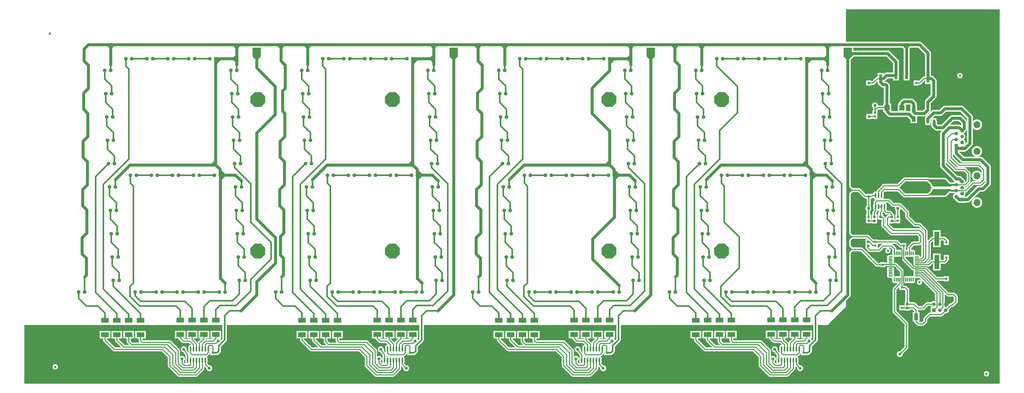
<source format=gtl>
%FSLAX24Y24*%
%MOIN*%
G70*
G01*
G75*
G04 Layer_Physical_Order=1*
G04 Layer_Color=255*
%ADD10R,0.0354X0.0354*%
%ADD11O,0.0689X0.0217*%
%ADD12O,0.0217X0.0689*%
%ADD13R,0.0394X0.0394*%
%ADD14R,0.0630X0.0236*%
%ADD15R,0.0630X0.0236*%
%ADD16C,0.0394*%
%ADD17O,0.0236X0.0866*%
%ADD18R,0.1299X0.0787*%
%ADD19R,0.0866X0.0925*%
%ADD20R,0.0610X0.0925*%
%ADD21R,0.0335X0.0335*%
%ADD22O,0.0236X0.0866*%
%ADD23R,0.0787X0.2362*%
%ADD24R,0.0630X0.1181*%
%ADD25R,0.0335X0.0669*%
%ADD26R,0.0472X0.1378*%
%ADD27R,0.2185X0.2559*%
%ADD28R,0.0492X0.1201*%
%ADD29C,0.0250*%
%ADD30C,0.0500*%
%ADD31C,0.0150*%
%ADD32C,0.0100*%
%ADD33C,0.0300*%
%ADD34C,0.0591*%
%ADD35R,0.0591X0.0591*%
%ADD36C,0.0630*%
%ADD37C,0.1161*%
%ADD38P,0.2706X8X22.5*%
%ADD39C,0.0591*%
%ADD40R,0.0591X0.0591*%
%ADD41C,0.0500*%
G36*
X156650Y33724D02*
X154265D01*
Y33674D01*
X153750D01*
Y33724D01*
X153700D01*
Y34042D01*
X153432D01*
X152700Y34774D01*
Y34774D01*
X155600D01*
X156650Y33724D01*
D02*
G37*
G36*
X34378Y35493D02*
X33549Y34664D01*
X33318Y34760D01*
Y36226D01*
X33549Y36322D01*
X34378Y35493D01*
D02*
G37*
G36*
X67606D02*
X66777Y34664D01*
X66546Y34760D01*
Y36226D01*
X66777Y36322D01*
X67606Y35493D01*
D02*
G37*
G36*
X162320Y34486D02*
Y34259D01*
X161766Y33704D01*
X161274D01*
X161144Y33687D01*
X161022Y33637D01*
X160918Y33557D01*
X159216Y31854D01*
X159020D01*
Y31895D01*
X158810D01*
X158877Y31947D01*
X158968Y32065D01*
X159025Y32203D01*
X159044Y32350D01*
X159025Y32497D01*
X159015Y32522D01*
D01*
D01*
D01*
Y32522D01*
Y32522D01*
Y32522D01*
X159024D01*
X159067Y32528D01*
X159109Y32533D01*
X159149Y32550D01*
X159188Y32566D01*
X159256Y32618D01*
X159256Y32618D01*
X159256Y32618D01*
X160460Y33822D01*
X161524D01*
X161567Y33828D01*
X161609Y33833D01*
X161649Y33850D01*
X161688Y33866D01*
X161756Y33918D01*
X162306Y34468D01*
X162320Y34486D01*
D01*
D02*
G37*
G36*
X154265Y32976D02*
X156550D01*
Y32976D01*
X155624Y32050D01*
X152824D01*
X153432Y32658D01*
X153700D01*
Y32976D01*
X153750D01*
Y33026D01*
X154265D01*
Y32976D01*
D02*
G37*
G36*
X139974Y32950D02*
Y32930D01*
X139185Y32141D01*
X138954Y32237D01*
Y33659D01*
X139186Y33754D01*
X139974Y32950D01*
D02*
G37*
G36*
X153159Y33852D02*
X153186Y33788D01*
Y33356D01*
X153594D01*
X153608Y33350D01*
D01*
X153608D01*
X153608D01*
X153608Y33350D01*
X153594Y33344D01*
X153186D01*
Y32875D01*
X152689Y32378D01*
X148882D01*
X147978Y33282D01*
X147910Y33334D01*
X147871Y33350D01*
X147831Y33367D01*
X147789Y33372D01*
X147757Y33376D01*
Y33376D01*
X147767Y33378D01*
X147809Y33383D01*
X147849Y33400D01*
X147888Y33416D01*
X147956Y33468D01*
X148910Y34422D01*
X152589D01*
X153159Y33852D01*
D02*
G37*
G36*
X100708Y35618D02*
Y35368D01*
X100004Y34664D01*
X99773Y34760D01*
Y34833D01*
X99643Y34887D01*
Y35389D01*
Y36122D01*
X99773Y36176D01*
Y36226D01*
X100004Y36322D01*
X100708Y35618D01*
D02*
G37*
G36*
X99139Y37933D02*
Y37200D01*
X98406D01*
X98310Y37431D01*
X98908Y38029D01*
X99139Y37933D01*
D02*
G37*
G36*
X132366D02*
Y37200D01*
X131633D01*
X131537Y37431D01*
X132135Y38029D01*
X132366Y37933D01*
D02*
G37*
G36*
X155793Y37618D02*
X157193Y36218D01*
X157261Y36166D01*
X157300Y36150D01*
X157340Y36133D01*
X157382Y36128D01*
X157424Y36122D01*
X158789D01*
X159247Y35664D01*
Y34586D01*
X159023Y34362D01*
X159006Y34492D01*
X158951Y34625D01*
X158863Y34739D01*
X158749Y34826D01*
X158684Y34853D01*
X158331Y35207D01*
X158227Y35287D01*
X158105Y35337D01*
X157974Y35354D01*
X157684D01*
X155779Y37259D01*
Y37636D01*
X155779Y37636D01*
Y37636D01*
X155793Y37618D01*
D02*
G37*
G36*
X65912Y37933D02*
Y37200D01*
X65179D01*
X65083Y37431D01*
X65681Y38029D01*
X65912Y37933D01*
D02*
G37*
G36*
X133933Y35618D02*
Y35368D01*
X133229Y34664D01*
X132998Y34760D01*
Y34833D01*
X132870Y34887D01*
Y35389D01*
Y36122D01*
X132998Y36176D01*
Y36226D01*
X133229Y36322D01*
X133933Y35618D01*
D02*
G37*
G36*
X156952Y40321D02*
X156971Y40277D01*
Y39200D01*
X156988Y39069D01*
X157038Y38947D01*
X157118Y38843D01*
X158218Y37743D01*
X158322Y37663D01*
X158444Y37613D01*
X158574Y37596D01*
X158574Y37596D01*
X161366D01*
X162320Y36641D01*
Y36614D01*
D01*
D01*
X162320D01*
X162306Y36632D01*
X161556Y37382D01*
X161488Y37434D01*
X161449Y37450D01*
X161409Y37467D01*
X161367Y37472D01*
X161324Y37478D01*
X158060D01*
X156952Y38586D01*
Y40321D01*
D01*
D02*
G37*
G36*
X32685Y37933D02*
Y37200D01*
X31952D01*
X31856Y37431D01*
X32454Y38029D01*
X32685Y37933D01*
D02*
G37*
G36*
X148121Y29840D02*
X148884Y29077D01*
Y28463D01*
X148890Y28420D01*
X148895Y28378D01*
X148912Y28338D01*
X148928Y28299D01*
X148980Y28231D01*
X150305Y26906D01*
X150373Y26854D01*
X150413Y26837D01*
X150452Y26821D01*
X150495Y26815D01*
X150537Y26810D01*
X151151D01*
X151997Y25964D01*
Y25941D01*
X151997Y25941D01*
X151506Y26432D01*
X151438Y26484D01*
X151399Y26500D01*
X151359Y26517D01*
X151317Y26522D01*
X151274Y26528D01*
X146910D01*
X146202Y27236D01*
Y27319D01*
X147071D01*
Y27438D01*
X147207D01*
Y27368D01*
X148042D01*
Y27998D01*
Y28832D01*
X147952D01*
Y29521D01*
X147981Y29543D01*
X148061Y29648D01*
X148112Y29769D01*
X148121Y29840D01*
X148121D01*
X148121D01*
X148121D01*
D02*
G37*
G36*
X151597Y23859D02*
Y21836D01*
X151452Y21691D01*
X151452Y21691D01*
D01*
D01*
D01*
X151445Y21739D01*
X151409Y21826D01*
X151352Y21901D01*
X151277Y21958D01*
X151190Y21994D01*
X151096Y22007D01*
X150624D01*
X150564Y21999D01*
Y21999D01*
X150572Y22059D01*
Y22531D01*
X150559Y22625D01*
X150523Y22712D01*
X150466Y22787D01*
X150391Y22844D01*
X150304Y22880D01*
X150210Y22892D01*
X150117Y22880D01*
X150053Y22854D01*
X149989Y22880D01*
X149902Y22892D01*
Y23164D01*
X150360Y23622D01*
X151224D01*
X151267Y23628D01*
X151309Y23633D01*
X151349Y23650D01*
X151388Y23666D01*
X151456Y23718D01*
X151597Y23859D01*
D01*
D02*
G37*
G36*
X148302Y21857D02*
Y21344D01*
X148308Y21302D01*
X148313Y21260D01*
X148330Y21220D01*
X148346Y21181D01*
X148398Y21113D01*
X149993Y19518D01*
X150061Y19466D01*
X150100Y19450D01*
X150140Y19433D01*
X150182Y19428D01*
X150224Y19422D01*
X150265D01*
X150275Y19347D01*
X150301Y19283D01*
X150275Y19219D01*
X150262Y19126D01*
X150275Y19032D01*
X150301Y18968D01*
X150275Y18904D01*
X150262Y18811D01*
X150275Y18717D01*
X150301Y18653D01*
X150275Y18589D01*
X150262Y18496D01*
X150270Y18436D01*
X150270D01*
X150210Y18444D01*
X150117Y18431D01*
X150053Y18405D01*
X149989Y18431D01*
X149895Y18444D01*
X149802Y18431D01*
X149738Y18405D01*
X149674Y18431D01*
X149580Y18444D01*
X149487Y18431D01*
X149423Y18405D01*
X149359Y18431D01*
X149265Y18444D01*
X149172Y18431D01*
X149108Y18405D01*
X149044Y18431D01*
X148950Y18444D01*
X148857Y18431D01*
X148770Y18395D01*
X148695Y18338D01*
X148652Y18282D01*
X148652Y18282D01*
Y18282D01*
Y19300D01*
X148652D01*
X148652D01*
X148652D01*
X148652Y19300D01*
X148652D01*
X148652Y19300D01*
D01*
X148641Y19385D01*
X148618Y19441D01*
X148608Y19464D01*
X148586Y19493D01*
X148556Y19532D01*
X147471Y20617D01*
X147403Y20669D01*
X147363Y20686D01*
X147324Y20702D01*
X147281Y20708D01*
X147239Y20713D01*
X147007D01*
X146996Y20794D01*
X146970Y20858D01*
X146996Y20922D01*
X147009Y21015D01*
X146996Y21109D01*
X146970Y21173D01*
X146996Y21237D01*
X147009Y21330D01*
X146996Y21424D01*
X146970Y21488D01*
X146996Y21552D01*
X147009Y21645D01*
X147001Y21705D01*
X147001D01*
X147001D01*
X147001D01*
Y21705D01*
Y21705D01*
Y21705D01*
X147061Y21697D01*
X147154Y21710D01*
X147218Y21736D01*
X147282Y21710D01*
X147376Y21697D01*
X147469Y21710D01*
X147533Y21736D01*
X147597Y21710D01*
X147691Y21697D01*
X147784Y21710D01*
X147848Y21736D01*
X147912Y21710D01*
X148006Y21697D01*
X148099Y21710D01*
X148186Y21746D01*
X148261Y21803D01*
X148302Y21857D01*
Y21857D01*
D02*
G37*
G36*
X149802Y21710D02*
X149895Y21697D01*
X149989Y21710D01*
X150053Y21736D01*
X150117Y21710D01*
X150210Y21697D01*
X150270Y21705D01*
X150270D01*
X150262Y21645D01*
X150275Y21552D01*
X150301Y21488D01*
X150275Y21424D01*
X150262Y21330D01*
X150275Y21237D01*
X150301Y21173D01*
X150275Y21109D01*
X150262Y21015D01*
X150275Y20922D01*
X150301Y20858D01*
X150275Y20794D01*
X150262Y20700D01*
X150275Y20607D01*
X150301Y20543D01*
X150275Y20479D01*
X150262Y20385D01*
X150275Y20292D01*
X150311Y20205D01*
X150368Y20130D01*
X150436Y20078D01*
X150436Y20078D01*
X150436D01*
D01*
X150360D01*
X148958Y21480D01*
Y21698D01*
X149044Y21710D01*
X149108Y21736D01*
X149172Y21710D01*
X149265Y21697D01*
X149359Y21710D01*
X149423Y21736D01*
X149487Y21710D01*
X149580Y21697D01*
X149674Y21710D01*
X149738Y21736D01*
X149802Y21710D01*
D02*
G37*
G36*
X147997Y19164D02*
Y18442D01*
X147912Y18431D01*
X147848Y18405D01*
X147784Y18431D01*
X147691Y18444D01*
X147597Y18431D01*
X147533Y18405D01*
X147469Y18431D01*
X147376Y18444D01*
X147282Y18431D01*
X147218Y18405D01*
X147154Y18431D01*
X147061Y18444D01*
X147001Y18436D01*
X147001D01*
X147009Y18496D01*
X146996Y18589D01*
X146970Y18653D01*
X146996Y18717D01*
X147009Y18811D01*
X146996Y18904D01*
X146970Y18968D01*
X146996Y19032D01*
X147009Y19126D01*
X146996Y19219D01*
X146970Y19283D01*
X146996Y19347D01*
X147009Y19441D01*
X146996Y19534D01*
X146970Y19598D01*
X146996Y19662D01*
X147009Y19756D01*
X146996Y19849D01*
X146960Y19936D01*
X146903Y20011D01*
X146842Y20058D01*
X146842D01*
Y20058D01*
X147103D01*
X147997Y19164D01*
D02*
G37*
G36*
X153336Y13311D02*
X153421Y13245D01*
X153421Y13245D01*
X153421D01*
D01*
X153179D01*
Y12278D01*
X152974D01*
X152900Y12268D01*
X152890Y12267D01*
X152866Y12257D01*
X152811Y12234D01*
X152772Y12204D01*
X152743Y12182D01*
X152043Y11482D01*
X151991Y11414D01*
X151974Y11374D01*
X151958Y11335D01*
X151952Y11292D01*
X151947Y11250D01*
Y10936D01*
X151739Y10728D01*
X151260D01*
X151236Y10752D01*
D01*
X151236D01*
Y10752D01*
X151289D01*
Y12433D01*
X151052D01*
Y12650D01*
X151043Y12722D01*
X151043D01*
D01*
D01*
Y12722D01*
Y12722D01*
Y12722D01*
X151915D01*
X151957Y12728D01*
X152000Y12733D01*
X152039Y12750D01*
X152079Y12766D01*
X152147Y12818D01*
X152735Y13407D01*
X153262D01*
X153336Y13311D01*
D02*
G37*
G36*
X155552Y15409D02*
X155863Y15098D01*
X155892Y15076D01*
X155931Y15046D01*
X156010Y15013D01*
X156094Y15002D01*
X156929D01*
X157097Y14834D01*
Y14286D01*
X156689Y13878D01*
X156574D01*
X156490Y13867D01*
X156434Y13843D01*
X156411Y13834D01*
X156381Y13811D01*
X156343Y13782D01*
X155801Y13240D01*
X155724Y13250D01*
X155582Y13231D01*
X155552Y13219D01*
Y13219D01*
Y15409D01*
X155552D01*
X155552D01*
X155552D01*
D02*
G37*
G36*
X153897Y15514D02*
Y14219D01*
X153897Y14219D01*
X153867Y14231D01*
X153724Y14250D01*
X153582Y14231D01*
X153450Y14176D01*
X153336Y14089D01*
X153315Y14062D01*
X152599D01*
X152557Y14057D01*
X152515Y14051D01*
X152475Y14035D01*
X152436Y14019D01*
X152368Y13966D01*
X151779Y13378D01*
X151170D01*
X150581Y13966D01*
X150513Y14019D01*
X150474Y14035D01*
X150434Y14051D01*
X150392Y14057D01*
X150349Y14062D01*
X149671D01*
Y14181D01*
X149552D01*
Y16150D01*
X149541Y16235D01*
X149508Y16314D01*
X149479Y16352D01*
X149456Y16382D01*
X149091Y16747D01*
X149023Y16799D01*
X148984Y16815D01*
X148944Y16832D01*
X148902Y16837D01*
X148860Y16843D01*
X148752D01*
Y16942D01*
X148648D01*
Y17415D01*
X148648D01*
Y17415D01*
X148695Y17354D01*
X148770Y17297D01*
X148857Y17261D01*
X148950Y17248D01*
X149044Y17261D01*
X149108Y17287D01*
X149172Y17261D01*
X149265Y17248D01*
X149359Y17261D01*
X149423Y17287D01*
X149487Y17261D01*
X149580Y17248D01*
X149674Y17261D01*
X149738Y17287D01*
X149802Y17261D01*
X149895Y17248D01*
X149989Y17261D01*
X150053Y17287D01*
X150117Y17261D01*
X150210Y17248D01*
X150304Y17261D01*
X150391Y17297D01*
X150466Y17354D01*
X150523Y17429D01*
X150559Y17516D01*
X150572Y17610D01*
Y18082D01*
X150564Y18142D01*
X150564Y18142D01*
Y18142D01*
D01*
D01*
D01*
D01*
X150624Y18134D01*
X151096D01*
X151190Y18147D01*
X151241Y18168D01*
X151243D01*
X153897Y15514D01*
D02*
G37*
G36*
X142529Y24681D02*
Y24681D01*
X142178D01*
Y23788D01*
Y23119D01*
X142301D01*
X142302Y23108D01*
X142308Y23065D01*
X142324Y23026D01*
X142341Y22986D01*
X142393Y22918D01*
X142693Y22618D01*
X142722Y22596D01*
X142761Y22566D01*
X142840Y22533D01*
X142924Y22522D01*
X144454D01*
X144497Y22528D01*
X144539Y22533D01*
X144579Y22550D01*
X144618Y22566D01*
X144686Y22618D01*
X145270Y23202D01*
X146439D01*
X146733Y22908D01*
Y22676D01*
X146712Y22625D01*
X146699Y22531D01*
Y22059D01*
X146707Y21999D01*
X146707Y21999D01*
X146647Y22007D01*
X146175D01*
X146081Y21994D01*
X145994Y21958D01*
X145919Y21901D01*
X145862Y21826D01*
X145826Y21739D01*
X145814Y21645D01*
X145826Y21552D01*
X145852Y21488D01*
X145826Y21424D01*
X145814Y21330D01*
X145826Y21237D01*
X145852Y21173D01*
X145826Y21109D01*
X145814Y21015D01*
X145826Y20922D01*
X145852Y20858D01*
X145826Y20794D01*
X145815Y20713D01*
X145521D01*
Y20798D01*
X144667D01*
Y20699D01*
X144239D01*
X141756Y23182D01*
X141688Y23234D01*
X141649Y23250D01*
X141609Y23267D01*
X141567Y23272D01*
X141524Y23278D01*
X139980D01*
X139679Y23585D01*
Y24454D01*
X139997Y24772D01*
X142439D01*
X142529Y24681D01*
D02*
G37*
G36*
X145178Y29233D02*
X145493Y28918D01*
X145561Y28866D01*
X145640Y28833D01*
X145724Y28822D01*
X146139D01*
X146178Y28783D01*
Y28762D01*
X146059D01*
X145974Y28751D01*
X145895Y28719D01*
X145857Y28689D01*
X145827Y28666D01*
X145643Y28482D01*
X145591Y28414D01*
X145574Y28374D01*
X145558Y28335D01*
X145552Y28292D01*
X145547Y28250D01*
Y27100D01*
X145548Y27090D01*
X145548D01*
X145502Y27136D01*
Y28250D01*
X145491Y28335D01*
X145458Y28414D01*
X145429Y28452D01*
X145406Y28482D01*
X145222Y28666D01*
X145154Y28719D01*
X145121Y28732D01*
Y28881D01*
X145002D01*
Y29014D01*
X145106Y29118D01*
X145136Y29157D01*
X145158Y29186D01*
X145168Y29209D01*
X145178Y29233D01*
X145178D01*
D02*
G37*
G36*
X143506Y31712D02*
X143516Y31634D01*
X143553Y31544D01*
X143612Y31467D01*
X143689Y31408D01*
X143778Y31371D01*
X143826Y31365D01*
D01*
X143826D01*
D01*
Y31365D01*
X143643Y31182D01*
X143591Y31114D01*
X143574Y31074D01*
X143558Y31035D01*
X143552Y30992D01*
X143547Y30950D01*
Y30641D01*
X143516Y30566D01*
X143503Y30470D01*
Y29840D01*
X143516Y29744D01*
X143547Y29670D01*
Y29536D01*
X143443Y29432D01*
X143391Y29364D01*
X143374Y29324D01*
X143358Y29285D01*
X143352Y29242D01*
X143347Y29200D01*
Y28881D01*
X143228D01*
Y28212D01*
Y28093D01*
X143092D01*
Y28832D01*
X143002D01*
Y29521D01*
X143031Y29543D01*
X143111Y29648D01*
X143162Y29769D01*
X143179Y29900D01*
X143162Y30031D01*
X143111Y30152D01*
X143052Y30229D01*
Y31458D01*
X143152D01*
Y31557D01*
X143215D01*
X143257Y31563D01*
X143300Y31568D01*
X143339Y31585D01*
X143379Y31601D01*
X143446Y31653D01*
X143506Y31712D01*
D01*
D02*
G37*
G36*
X146593Y30218D02*
X146622Y30196D01*
X146661Y30166D01*
X146716Y30143D01*
X146740Y30133D01*
X146750Y30132D01*
X146824Y30122D01*
X147175D01*
X147175D01*
X147137Y30031D01*
X147120Y29900D01*
X147137Y29769D01*
X147188Y29648D01*
X147268Y29543D01*
X147297Y29521D01*
Y28832D01*
X147207D01*
Y28202D01*
Y28093D01*
X147071D01*
Y28212D01*
Y28881D01*
X146942D01*
X146941Y28885D01*
X146932Y28908D01*
X146908Y28964D01*
X146879Y29002D01*
X146856Y29032D01*
X146506Y29382D01*
X146438Y29434D01*
X146399Y29450D01*
X146359Y29467D01*
X146317Y29472D01*
X146274Y29478D01*
X145860D01*
X145702Y29636D01*
Y29670D01*
X145733Y29744D01*
X145746Y29840D01*
Y30470D01*
X145733Y30566D01*
X145696Y30656D01*
X145637Y30733D01*
X145560Y30792D01*
X145486Y30822D01*
D01*
X145989D01*
X146593Y30218D01*
D02*
G37*
G36*
X139944Y25100D02*
Y25080D01*
X139155Y24291D01*
X138924Y24387D01*
Y25809D01*
X139156Y25904D01*
X139944Y25100D01*
D02*
G37*
G36*
Y22950D02*
Y22930D01*
X139155Y22141D01*
X138924Y22237D01*
Y23659D01*
X139156Y23754D01*
X139944Y22950D01*
D02*
G37*
G36*
X147833Y23368D02*
X147901Y23316D01*
X147980Y23283D01*
X148064Y23272D01*
X148217D01*
Y23164D01*
X148308D01*
Y22726D01*
D01*
D01*
X148308D01*
X148261Y22787D01*
X148186Y22844D01*
X148099Y22880D01*
X148006Y22892D01*
X147912Y22880D01*
X147848Y22854D01*
X147784Y22880D01*
X147691Y22892D01*
X147597Y22880D01*
X147533Y22854D01*
X147469Y22880D01*
X147388Y22891D01*
Y23044D01*
X147383Y23086D01*
X147377Y23129D01*
X147361Y23168D01*
X147345Y23208D01*
X147315Y23246D01*
X147292Y23276D01*
X146806Y23762D01*
X146738Y23814D01*
X146699Y23830D01*
X146659Y23847D01*
X146617Y23852D01*
X146574Y23858D01*
X145134D01*
X145050Y23847D01*
X144971Y23814D01*
X144932Y23784D01*
X144903Y23762D01*
X144319Y23178D01*
X144242D01*
Y23798D01*
Y23887D01*
X147314D01*
X147833Y23368D01*
D02*
G37*
G36*
X141908Y31653D02*
X141937Y31631D01*
X141976Y31601D01*
X142031Y31578D01*
X142055Y31568D01*
X142064Y31567D01*
X142139Y31557D01*
X142297D01*
Y31458D01*
X142397D01*
Y30317D01*
X142318Y30257D01*
X142238Y30152D01*
X142187Y30031D01*
X142170Y29900D01*
X142187Y29769D01*
X142238Y29648D01*
X142318Y29543D01*
X142347Y29521D01*
Y28832D01*
X142257D01*
Y27998D01*
Y27368D01*
X143092D01*
Y27438D01*
X143228D01*
Y27319D01*
X144121D01*
Y27988D01*
Y28881D01*
X144002D01*
Y29064D01*
X144106Y29168D01*
X144136Y29207D01*
X144158Y29236D01*
X144168Y29259D01*
X144191Y29315D01*
X144202Y29400D01*
X144202D01*
X144202D01*
X144202D01*
X144202Y29400D01*
Y29513D01*
X144202D01*
D01*
D01*
Y29513D01*
X144278Y29482D01*
X144374Y29469D01*
X144471Y29482D01*
X144547Y29513D01*
D01*
Y29486D01*
X144443Y29382D01*
X144391Y29314D01*
X144374Y29274D01*
X144358Y29235D01*
X144352Y29192D01*
X144347Y29150D01*
Y28881D01*
X144228D01*
Y27988D01*
X144847D01*
Y27000D01*
X144852Y26958D01*
X144858Y26915D01*
X144874Y26876D01*
X144891Y26836D01*
X144943Y26768D01*
X146293Y25418D01*
X146322Y25396D01*
X146361Y25366D01*
X146440Y25333D01*
X146524Y25322D01*
X150889D01*
X151147Y25064D01*
Y24336D01*
X151089Y24278D01*
X150224D01*
X150140Y24267D01*
X150061Y24234D01*
X149993Y24182D01*
X149343Y23532D01*
X149291Y23464D01*
X149274Y23424D01*
X149258Y23385D01*
X149252Y23342D01*
X149247Y23300D01*
Y22890D01*
X149172Y22880D01*
X149108Y22854D01*
X149044Y22880D01*
X148963Y22891D01*
Y23164D01*
X149071D01*
Y24018D01*
X148217D01*
Y23928D01*
X148200D01*
X147681Y24447D01*
X147613Y24499D01*
X147574Y24515D01*
X147534Y24532D01*
X147492Y24537D01*
X147450Y24543D01*
X144242D01*
Y24632D01*
X143506D01*
X142806Y25332D01*
X142738Y25384D01*
X142699Y25400D01*
X142659Y25417D01*
X142617Y25422D01*
X142574Y25428D01*
X139980D01*
X139679Y25735D01*
Y32274D01*
X140027Y32622D01*
X140939D01*
X141908Y31653D01*
D02*
G37*
G36*
X156393Y38218D02*
X157693Y36918D01*
X157731Y36889D01*
X157761Y36866D01*
X157784Y36857D01*
X157840Y36833D01*
X157924Y36822D01*
X161189D01*
X161747Y36264D01*
Y35793D01*
Y35793D01*
Y35793D01*
X161747D01*
X161718Y35847D01*
X161607Y35982D01*
X161471Y36093D01*
X161317Y36176D01*
X161149Y36227D01*
X160974Y36244D01*
X160800Y36227D01*
X160632Y36176D01*
X160478Y36093D01*
X160342Y35982D01*
X160231Y35847D01*
X160148Y35692D01*
X160098Y35524D01*
X160080Y35350D01*
X160098Y35176D01*
X160148Y35008D01*
X160231Y34853D01*
X160342Y34718D01*
X160478Y34607D01*
X160632Y34524D01*
X160785Y34478D01*
D01*
D01*
X160324D01*
X160240Y34467D01*
X160184Y34443D01*
X160161Y34434D01*
X160131Y34411D01*
X160093Y34382D01*
X159019Y33308D01*
D01*
D01*
X159024Y33350D01*
X159006Y33492D01*
X158992Y33525D01*
Y33525D01*
Y33525D01*
D01*
D01*
D01*
Y33525D01*
X159017Y33528D01*
X159059Y33533D01*
X159099Y33550D01*
X159138Y33566D01*
X159206Y33618D01*
X159806Y34218D01*
X159829Y34248D01*
X159858Y34286D01*
X159875Y34326D01*
X159891Y34365D01*
X159897Y34408D01*
X159902Y34450D01*
Y35800D01*
X159891Y35885D01*
X159858Y35964D01*
X159806Y36032D01*
X159156Y36682D01*
X159088Y36734D01*
X159049Y36750D01*
X159009Y36767D01*
X158967Y36772D01*
X158924Y36778D01*
X157560D01*
X156352Y37986D01*
Y38271D01*
X156352Y38271D01*
Y38271D01*
X156393Y38218D01*
D02*
G37*
G36*
X77639Y57489D02*
X76810Y56660D01*
X75981Y57489D01*
X76076Y57720D01*
X77543D01*
X77639Y57489D01*
D02*
G37*
G36*
X44412D02*
X43583Y56660D01*
X42754Y57489D01*
X42849Y57720D01*
X44316D01*
X44412Y57489D01*
D02*
G37*
G36*
X36927Y57479D02*
X36123Y56690D01*
X36103D01*
X35314Y57479D01*
X35409Y57710D01*
X36832D01*
X36927Y57479D01*
D02*
G37*
G36*
X15668D02*
X14864Y56690D01*
X14844D01*
X14055Y57479D01*
X14151Y57710D01*
X15574D01*
X15668Y57479D01*
D02*
G37*
G36*
X73420Y55500D02*
X73020Y55100D01*
X72420D01*
X72020Y55500D01*
Y56996D01*
X73420D01*
Y55500D01*
D02*
G37*
G36*
X40193D02*
X39793Y55100D01*
X39193D01*
X38793Y55500D01*
Y56996D01*
X40193D01*
Y55500D01*
D02*
G37*
G36*
X139874D02*
X139474Y55100D01*
X138874D01*
X138474Y55500D01*
Y56996D01*
X139874D01*
Y55500D01*
D02*
G37*
G36*
X106647D02*
X106247Y55100D01*
X105647D01*
X105247Y55500D01*
Y56996D01*
X106647D01*
Y55500D01*
D02*
G37*
G36*
X136608Y57479D02*
X135804Y56690D01*
X135784D01*
X134995Y57479D01*
X135090Y57710D01*
X136513D01*
X136608Y57479D01*
D02*
G37*
G36*
X115349D02*
X114545Y56690D01*
X114525D01*
X113736Y57479D01*
X113832Y57710D01*
X115255D01*
X115349Y57479D01*
D02*
G37*
G36*
X110866Y57489D02*
X110162Y56785D01*
X109912D01*
X109208Y57489D01*
X109303Y57720D01*
X110770D01*
X110866Y57489D01*
D02*
G37*
G36*
X149909Y57489D02*
X149104Y56700D01*
X149084D01*
X148295Y57489D01*
X148391Y57720D01*
X149814D01*
X149909Y57489D01*
D02*
G37*
G36*
X70154Y57479D02*
X69350Y56690D01*
X69330D01*
X68541Y57479D01*
X68636Y57710D01*
X70059D01*
X70154Y57479D01*
D02*
G37*
G36*
X48895D02*
X48091Y56690D01*
X48071D01*
X47282Y57479D01*
X47378Y57710D01*
X48801D01*
X48895Y57479D01*
D02*
G37*
G36*
X103381D02*
X102577Y56690D01*
X102557D01*
X101768Y57479D01*
X101863Y57710D01*
X103286D01*
X103381Y57479D01*
D02*
G37*
G36*
X82122D02*
X81318Y56690D01*
X81298D01*
X80509Y57479D01*
X80605Y57710D01*
X82028D01*
X82122Y57479D01*
D02*
G37*
G36*
X136054Y55862D02*
Y54396D01*
X135824Y54300D01*
X135119Y55004D01*
Y55254D01*
X135824Y55958D01*
X136054Y55862D01*
D02*
G37*
G36*
X164822Y303D02*
X303D01*
Y10190D01*
X33705D01*
Y7857D01*
X33471Y7623D01*
Y7623D01*
Y7623D01*
Y7623D01*
X33471D01*
X33470Y7631D01*
X33420Y7752D01*
X33340Y7857D01*
X33237Y7936D01*
D01*
Y7936D01*
X33483D01*
Y9223D01*
X31684D01*
Y7936D01*
X32055D01*
D01*
X32055D01*
X32055Y7936D01*
X31947Y7828D01*
X30902D01*
Y7828D01*
X30905Y7858D01*
X30911Y7900D01*
Y7936D01*
X31483D01*
Y9223D01*
X29684D01*
Y7936D01*
X30155D01*
D01*
D01*
X30155Y7936D01*
X29601Y7382D01*
X29549Y7314D01*
X29533Y7274D01*
X29517Y7235D01*
X29516Y7231D01*
X29516D01*
Y7231D01*
X28911Y7836D01*
Y7936D01*
X29483D01*
Y9223D01*
X27684D01*
Y7936D01*
X28255D01*
Y7818D01*
X28255Y7818D01*
X28226Y7822D01*
X28183Y7828D01*
X27219D01*
X27111Y7936D01*
D01*
X27111D01*
X27111Y7936D01*
X27483D01*
Y9223D01*
X25684D01*
Y7936D01*
X26264D01*
X26267Y7915D01*
X26283Y7876D01*
X26299Y7836D01*
X26351Y7768D01*
X26851Y7268D01*
X26919Y7216D01*
X26998Y7183D01*
X27083Y7172D01*
X28047D01*
X28397Y6823D01*
D01*
X28333Y6831D01*
X28237Y6818D01*
X28148Y6781D01*
X28071Y6722D01*
X28012Y6645D01*
X27975Y6556D01*
X27962Y6460D01*
Y5830D01*
X27975Y5734D01*
X28005Y5659D01*
Y5479D01*
D01*
Y5479D01*
X28005Y5479D01*
X27670Y5969D01*
X27670Y5969D01*
X27688Y6100D01*
X27670Y6231D01*
X27620Y6352D01*
X27540Y6457D01*
X27435Y6537D01*
X27314Y6587D01*
X27183Y6604D01*
X27053Y6587D01*
X26931Y6537D01*
X26827Y6457D01*
X26746Y6352D01*
X26696Y6231D01*
X26679Y6100D01*
X26696Y5969D01*
X26746Y5848D01*
X26827Y5743D01*
X26931Y5663D01*
X27053Y5613D01*
X27126Y5603D01*
X27505Y5049D01*
Y4741D01*
X27475Y4666D01*
X27462Y4570D01*
Y3940D01*
X27475Y3844D01*
X27512Y3755D01*
X27532Y3728D01*
X27532Y3728D01*
X27419D01*
X27211Y3936D01*
Y4121D01*
X27240Y4143D01*
X27320Y4248D01*
X27370Y4369D01*
X27388Y4500D01*
X27370Y4631D01*
X27320Y4752D01*
X27240Y4857D01*
X27135Y4937D01*
X27014Y4987D01*
X26883Y5004D01*
X26753Y4987D01*
X26631Y4937D01*
X26541Y4868D01*
X26541Y4868D01*
D01*
D01*
Y5890D01*
X26535Y5932D01*
X26530Y5975D01*
X26514Y6014D01*
X26497Y6054D01*
X26468Y6092D01*
X26445Y6122D01*
X25035Y7532D01*
X24967Y7584D01*
X24928Y7600D01*
X24888Y7617D01*
X24846Y7622D01*
X24803Y7628D01*
X20291D01*
X20212Y7707D01*
Y7907D01*
X20784D01*
Y9194D01*
X18985D01*
Y7907D01*
X19557D01*
Y7571D01*
X19562Y7529D01*
X19568Y7486D01*
X19584Y7447D01*
X19601Y7407D01*
X19653Y7339D01*
X19764Y7228D01*
Y7228D01*
X18523D01*
X18212Y7538D01*
Y7907D01*
X18784D01*
Y9194D01*
X16985D01*
Y7907D01*
X17557D01*
Y7402D01*
X17562Y7360D01*
X17568Y7318D01*
X17584Y7278D01*
X17601Y7239D01*
X17653Y7171D01*
X17995Y6828D01*
X17995D01*
X17191D01*
X16212Y7807D01*
Y7907D01*
X16784D01*
Y9194D01*
X14985D01*
Y7907D01*
X15557D01*
Y7671D01*
X15562Y7629D01*
X15568Y7586D01*
X15584Y7547D01*
X15601Y7507D01*
X15653Y7439D01*
X16664Y6428D01*
X16664Y6428D01*
X15591D01*
X14212Y7807D01*
Y7907D01*
X14784D01*
Y9194D01*
X12985D01*
Y7907D01*
X13557D01*
Y7671D01*
X13562Y7629D01*
X13568Y7586D01*
X13584Y7547D01*
X13601Y7507D01*
X13653Y7439D01*
X15224Y5868D01*
X15292Y5816D01*
X15371Y5783D01*
X15456Y5772D01*
X23467D01*
X24485Y4754D01*
Y3370D01*
X24491Y3328D01*
X24497Y3285D01*
X24513Y3246D01*
X24529Y3206D01*
X24581Y3138D01*
X26151Y1568D01*
X26219Y1516D01*
X26219Y1516D01*
D01*
X26233Y1510D01*
X26298Y1483D01*
X26321Y1480D01*
X26383Y1472D01*
X29283D01*
X29337Y1479D01*
X29368Y1483D01*
X29375Y1486D01*
X29447Y1516D01*
X29515Y1568D01*
X29515Y1568D01*
X30565Y2618D01*
X30588Y2648D01*
X30617Y2686D01*
X30650Y2765D01*
X30661Y2850D01*
Y3259D01*
X30661D01*
X30661D01*
X30661D01*
X30984Y2936D01*
X30979Y2900D01*
X30996Y2769D01*
X31047Y2648D01*
X31127Y2543D01*
X31231Y2463D01*
X31353Y2413D01*
X31483Y2396D01*
X31614Y2413D01*
X31735Y2463D01*
X31840Y2543D01*
X31920Y2648D01*
X31970Y2769D01*
X31988Y2900D01*
X31970Y3031D01*
X31920Y3152D01*
X31840Y3257D01*
X31735Y3337D01*
X31614Y3387D01*
X31483Y3404D01*
X31447Y3400D01*
X31161Y3686D01*
Y3770D01*
X31192Y3844D01*
X31205Y3940D01*
Y4570D01*
X31192Y4666D01*
X31155Y4756D01*
X31096Y4833D01*
X31035Y4879D01*
D01*
D01*
D01*
X31068Y4883D01*
X31108Y4900D01*
X31147Y4916D01*
X31215Y4968D01*
X31565Y5318D01*
X31617Y5386D01*
X31650Y5465D01*
X31656Y5512D01*
D01*
Y5088D01*
X32510D01*
Y5137D01*
X32798D01*
X32896Y5150D01*
X32987Y5187D01*
X33066Y5247D01*
X33351Y5533D01*
X33411Y5611D01*
X33449Y5702D01*
X33461Y5800D01*
Y6543D01*
X34351Y7433D01*
X34411Y7511D01*
X34438Y7575D01*
X34449Y7602D01*
X34461Y7700D01*
Y10190D01*
X66932D01*
Y7857D01*
X66698Y7623D01*
Y7623D01*
Y7623D01*
Y7623D01*
X66698D01*
X66697Y7631D01*
X66647Y7752D01*
X66567Y7857D01*
X66464Y7936D01*
D01*
Y7936D01*
X66710D01*
Y9223D01*
X64911D01*
Y7936D01*
X65283D01*
D01*
X65283D01*
X65283Y7936D01*
X65175Y7828D01*
X64129D01*
Y7828D01*
X64133Y7858D01*
X64138Y7900D01*
Y7936D01*
X64710D01*
Y9223D01*
X62911D01*
Y7936D01*
X63383D01*
D01*
D01*
X63383Y7936D01*
X62829Y7382D01*
X62776Y7314D01*
X62760Y7274D01*
X62744Y7235D01*
X62743Y7231D01*
X62743D01*
Y7231D01*
X62138Y7836D01*
Y7936D01*
X62710D01*
Y9223D01*
X60911D01*
Y7936D01*
X61483D01*
Y7818D01*
X61483Y7818D01*
X61453Y7822D01*
X61410Y7828D01*
X60446D01*
X60338Y7936D01*
D01*
X60338D01*
X60338Y7936D01*
X60710D01*
Y9223D01*
X58911D01*
Y7936D01*
X59491D01*
X59494Y7915D01*
X59510Y7876D01*
X59526Y7836D01*
X59579Y7768D01*
X60079Y7268D01*
X60146Y7216D01*
X60225Y7183D01*
X60310Y7172D01*
X61275D01*
X61624Y6823D01*
D01*
X61560Y6831D01*
X61464Y6818D01*
X61375Y6781D01*
X61298Y6722D01*
X61239Y6645D01*
X61202Y6556D01*
X61189Y6460D01*
Y5830D01*
X61202Y5734D01*
X61233Y5659D01*
Y5479D01*
D01*
Y5479D01*
X61233Y5479D01*
X60897Y5969D01*
X60897Y5969D01*
X60915Y6100D01*
X60897Y6231D01*
X60847Y6352D01*
X60767Y6457D01*
X60662Y6537D01*
X60541Y6587D01*
X60410Y6604D01*
X60280Y6587D01*
X60158Y6537D01*
X60054Y6457D01*
X59974Y6352D01*
X59923Y6231D01*
X59906Y6100D01*
X59923Y5969D01*
X59974Y5848D01*
X60054Y5743D01*
X60158Y5663D01*
X60280Y5613D01*
X60353Y5603D01*
X60733Y5049D01*
Y4741D01*
X60702Y4666D01*
X60689Y4570D01*
Y3940D01*
X60702Y3844D01*
X60739Y3755D01*
X60759Y3728D01*
X60759Y3728D01*
X60646D01*
X60438Y3936D01*
Y4121D01*
X60467Y4143D01*
X60547Y4248D01*
X60597Y4369D01*
X60615Y4500D01*
X60597Y4631D01*
X60547Y4752D01*
X60467Y4857D01*
X60362Y4937D01*
X60241Y4987D01*
X60110Y5004D01*
X59980Y4987D01*
X59858Y4937D01*
X59768Y4868D01*
X59768Y4868D01*
D01*
D01*
Y5890D01*
X59763Y5932D01*
X59757Y5975D01*
X59741Y6014D01*
X59724Y6054D01*
X59695Y6092D01*
X59672Y6122D01*
X58262Y7532D01*
X58194Y7584D01*
X58155Y7600D01*
X58115Y7617D01*
X58073Y7622D01*
X58030Y7628D01*
X53518D01*
X53439Y7707D01*
Y7907D01*
X54011D01*
Y9194D01*
X52212D01*
Y7907D01*
X52784D01*
Y7571D01*
X52789Y7529D01*
X52795Y7486D01*
X52811Y7447D01*
X52828Y7407D01*
X52880Y7339D01*
X52991Y7228D01*
Y7228D01*
X51750D01*
X51439Y7538D01*
Y7907D01*
X52011D01*
Y9194D01*
X50212D01*
Y7907D01*
X50784D01*
Y7402D01*
X50789Y7360D01*
X50795Y7318D01*
X50811Y7278D01*
X50828Y7239D01*
X50880Y7171D01*
X51223Y6828D01*
X51223D01*
X50418D01*
X49439Y7807D01*
Y7907D01*
X50011D01*
Y9194D01*
X48212D01*
Y7907D01*
X48784D01*
Y7671D01*
X48789Y7629D01*
X48795Y7586D01*
X48811Y7547D01*
X48828Y7507D01*
X48880Y7439D01*
X49891Y6428D01*
X49891Y6428D01*
X48818D01*
X47439Y7807D01*
Y7907D01*
X48011D01*
Y9194D01*
X46212D01*
Y7907D01*
X46784D01*
Y7671D01*
X46789Y7629D01*
X46795Y7586D01*
X46811Y7547D01*
X46828Y7507D01*
X46880Y7439D01*
X48451Y5868D01*
X48519Y5816D01*
X48598Y5783D01*
X48683Y5772D01*
X56695D01*
X57713Y4754D01*
Y3370D01*
X57718Y3328D01*
X57724Y3285D01*
X57740Y3246D01*
X57756Y3206D01*
X57809Y3138D01*
X59379Y1568D01*
X59408Y1546D01*
X59446Y1516D01*
X59525Y1483D01*
X59610Y1472D01*
X62510D01*
X62553Y1478D01*
X62595Y1483D01*
X62635Y1500D01*
X62674Y1516D01*
X62742Y1568D01*
X63792Y2618D01*
X63815Y2648D01*
X63844Y2686D01*
X63877Y2765D01*
X63888Y2850D01*
Y3259D01*
X63888D01*
X64211Y2936D01*
X64206Y2900D01*
X64223Y2769D01*
X64274Y2648D01*
X64354Y2543D01*
X64458Y2463D01*
X64580Y2413D01*
X64710Y2396D01*
X64841Y2413D01*
X64962Y2463D01*
X65067Y2543D01*
X65147Y2648D01*
X65197Y2769D01*
X65215Y2900D01*
X65197Y3031D01*
X65147Y3152D01*
X65067Y3257D01*
X64962Y3337D01*
X64841Y3387D01*
X64710Y3404D01*
X64674Y3400D01*
X64388Y3686D01*
Y3770D01*
X64419Y3844D01*
X64432Y3940D01*
Y4570D01*
X64419Y4666D01*
X64382Y4756D01*
X64323Y4833D01*
X64262Y4879D01*
D01*
D01*
D01*
X64295Y4883D01*
X64335Y4900D01*
X64374Y4916D01*
X64442Y4968D01*
X64442Y4968D01*
X64442Y4968D01*
X64792Y5318D01*
X64844Y5386D01*
X64877Y5465D01*
X64883Y5512D01*
D01*
Y5088D01*
X65737D01*
Y5137D01*
X66025D01*
X66123Y5150D01*
X66214Y5187D01*
X66293Y5247D01*
X66578Y5533D01*
X66638Y5611D01*
X66676Y5702D01*
X66689Y5800D01*
Y6543D01*
X67578Y7433D01*
X67638Y7511D01*
X67665Y7575D01*
X67676Y7602D01*
X67689Y7700D01*
Y10190D01*
X100159D01*
Y7857D01*
X99926Y7623D01*
Y7623D01*
Y7623D01*
Y7623D01*
X99926D01*
X99925Y7631D01*
X99874Y7752D01*
X99794Y7857D01*
X99691Y7936D01*
D01*
Y7936D01*
X99937D01*
Y9223D01*
X98138D01*
Y7936D01*
X98510D01*
D01*
X98510D01*
X98510Y7936D01*
X98402Y7828D01*
X97356D01*
Y7828D01*
X97360Y7858D01*
X97365Y7900D01*
Y7936D01*
X97937D01*
Y9223D01*
X96138D01*
Y7936D01*
X96610D01*
D01*
D01*
X96610Y7936D01*
X96056Y7382D01*
X96004Y7314D01*
X95987Y7274D01*
X95971Y7235D01*
X95970Y7231D01*
X95970D01*
Y7231D01*
X95365Y7836D01*
Y7936D01*
X95937D01*
Y9223D01*
X94138D01*
Y7936D01*
X94710D01*
Y7818D01*
X94710Y7818D01*
X94680Y7822D01*
X94637Y7828D01*
X93673D01*
X93565Y7936D01*
D01*
X93565D01*
X93565Y7936D01*
X93937D01*
Y9223D01*
X92138D01*
Y7936D01*
X92718D01*
X92721Y7915D01*
X92737Y7876D01*
X92754Y7836D01*
X92806Y7768D01*
X93306Y7268D01*
X93374Y7216D01*
X93453Y7183D01*
X93537Y7172D01*
X94502D01*
X94851Y6823D01*
D01*
X94787Y6831D01*
X94691Y6818D01*
X94602Y6781D01*
X94525Y6722D01*
X94466Y6645D01*
X94429Y6556D01*
X94416Y6460D01*
Y5830D01*
X94429Y5734D01*
X94460Y5659D01*
Y5479D01*
D01*
Y5479D01*
X94460Y5479D01*
X94124Y5969D01*
X94125Y5969D01*
X94142Y6100D01*
X94125Y6231D01*
X94074Y6352D01*
X93994Y6457D01*
X93890Y6537D01*
X93768Y6587D01*
X93637Y6604D01*
X93507Y6587D01*
X93385Y6537D01*
X93281Y6457D01*
X93201Y6352D01*
X93150Y6231D01*
X93133Y6100D01*
X93150Y5969D01*
X93201Y5848D01*
X93281Y5743D01*
X93385Y5663D01*
X93507Y5613D01*
X93580Y5603D01*
X93960Y5049D01*
Y4741D01*
X93929Y4666D01*
X93916Y4570D01*
Y3940D01*
X93929Y3844D01*
X93966Y3755D01*
X93986Y3728D01*
X93986Y3728D01*
X93873D01*
X93665Y3936D01*
Y4121D01*
X93694Y4143D01*
X93774Y4248D01*
X93825Y4369D01*
X93842Y4500D01*
X93825Y4631D01*
X93774Y4752D01*
X93694Y4857D01*
X93590Y4937D01*
X93468Y4987D01*
X93337Y5004D01*
X93207Y4987D01*
X93085Y4937D01*
X92995Y4868D01*
X92995Y4868D01*
D01*
D01*
Y5890D01*
X92990Y5932D01*
X92984Y5975D01*
X92968Y6014D01*
X92951Y6054D01*
X92922Y6092D01*
X92899Y6122D01*
X91489Y7532D01*
X91421Y7584D01*
X91382Y7600D01*
X91342Y7617D01*
X91300Y7622D01*
X91257Y7628D01*
X86746D01*
X86666Y7707D01*
Y7907D01*
X87238D01*
Y9194D01*
X85439D01*
Y7907D01*
X86011D01*
Y7571D01*
X86016Y7529D01*
X86022Y7486D01*
X86038Y7447D01*
X86055Y7407D01*
X86107Y7339D01*
X86218Y7228D01*
Y7228D01*
X84977D01*
X84666Y7538D01*
Y7907D01*
X85238D01*
Y9194D01*
X83439D01*
Y7907D01*
X84011D01*
Y7402D01*
X84016Y7360D01*
X84022Y7318D01*
X84038Y7278D01*
X84055Y7239D01*
X84107Y7171D01*
X84450Y6828D01*
X84450D01*
X83646D01*
X82666Y7807D01*
Y7907D01*
X83238D01*
Y9194D01*
X81439D01*
Y7907D01*
X82011D01*
Y7671D01*
X82016Y7629D01*
X82022Y7586D01*
X82038Y7547D01*
X82055Y7507D01*
X82107Y7439D01*
X83118Y6428D01*
X83118Y6428D01*
X82046D01*
X80666Y7807D01*
Y7907D01*
X81238D01*
Y9194D01*
X79439D01*
Y7907D01*
X80011D01*
Y7671D01*
X80016Y7629D01*
X80022Y7586D01*
X80038Y7547D01*
X80055Y7507D01*
X80107Y7439D01*
X81678Y5868D01*
X81746Y5816D01*
X81825Y5783D01*
X81910Y5772D01*
X89922D01*
X90940Y4754D01*
Y3370D01*
X90945Y3328D01*
X90951Y3285D01*
X90967Y3246D01*
X90984Y3206D01*
X91036Y3138D01*
X92606Y1568D01*
X92635Y1546D01*
X92674Y1516D01*
X92753Y1483D01*
X92837Y1472D01*
X95737D01*
X95780Y1478D01*
X95822Y1483D01*
X95862Y1500D01*
X95901Y1516D01*
X95969Y1568D01*
X97019Y2618D01*
X97042Y2648D01*
X97071Y2686D01*
X97104Y2765D01*
X97115Y2850D01*
Y3259D01*
X97115D01*
X97115D01*
X97115D01*
X97438Y2936D01*
X97433Y2900D01*
X97450Y2769D01*
X97501Y2648D01*
X97581Y2543D01*
X97685Y2463D01*
X97807Y2413D01*
X97937Y2396D01*
X98068Y2413D01*
X98190Y2463D01*
X98294Y2543D01*
X98374Y2648D01*
X98425Y2769D01*
X98442Y2900D01*
X98425Y3031D01*
X98374Y3152D01*
X98294Y3257D01*
X98190Y3337D01*
X98068Y3387D01*
X97937Y3404D01*
X97901Y3400D01*
X97615Y3686D01*
Y3770D01*
X97646Y3844D01*
X97659Y3940D01*
Y4570D01*
X97646Y4666D01*
X97609Y4756D01*
X97550Y4833D01*
X97489Y4879D01*
D01*
D01*
D01*
X97522Y4883D01*
X97562Y4900D01*
X97601Y4916D01*
X97669Y4968D01*
X97669Y4968D01*
X97669Y4968D01*
X98019Y5318D01*
X98071Y5386D01*
X98104Y5465D01*
X98110Y5512D01*
D01*
Y5088D01*
X98965D01*
Y5137D01*
X99252D01*
X99350Y5150D01*
X99441Y5187D01*
X99520Y5247D01*
X99805Y5533D01*
X99865Y5611D01*
X99903Y5702D01*
X99916Y5800D01*
Y6543D01*
X100805Y7433D01*
X100865Y7511D01*
X100892Y7575D01*
X100903Y7602D01*
X100916Y7700D01*
Y10190D01*
X133386D01*
Y7857D01*
X133153Y7623D01*
Y7623D01*
Y7623D01*
Y7623D01*
X133153D01*
X133152Y7631D01*
X133101Y7752D01*
X133021Y7857D01*
X132917Y7937D01*
X132848Y7965D01*
D01*
X133164D01*
Y9253D01*
X131365D01*
Y7965D01*
X131766D01*
D01*
X131766D01*
X131766Y7965D01*
X131629Y7828D01*
X130583D01*
Y7828D01*
X130587Y7858D01*
X130592Y7900D01*
Y7965D01*
X131164D01*
Y9253D01*
X129365D01*
Y7965D01*
X129866D01*
D01*
D01*
X129866Y7965D01*
X129283Y7382D01*
X129231Y7314D01*
X129214Y7274D01*
X129198Y7235D01*
X129197Y7231D01*
X129197D01*
Y7231D01*
X128592Y7836D01*
Y7965D01*
X129164D01*
Y9253D01*
X127365D01*
Y7965D01*
X127937D01*
Y7818D01*
X127937Y7818D01*
X127907Y7822D01*
X127864Y7828D01*
X126900D01*
X126763Y7965D01*
D01*
X126763D01*
X126763Y7965D01*
X127164D01*
Y9253D01*
X125365D01*
Y7965D01*
X125941D01*
X125942Y7958D01*
X125948Y7915D01*
X125964Y7876D01*
X125981Y7836D01*
X126033Y7768D01*
X126533Y7268D01*
X126601Y7216D01*
X126680Y7183D01*
X126764Y7172D01*
X127729D01*
X128078Y6823D01*
D01*
X128014Y6831D01*
X127918Y6818D01*
X127829Y6781D01*
X127752Y6722D01*
X127693Y6645D01*
X127656Y6556D01*
X127643Y6460D01*
Y5830D01*
X127656Y5734D01*
X127687Y5659D01*
Y5479D01*
D01*
Y5479D01*
X127687Y5479D01*
X127351Y5969D01*
X127352Y5969D01*
X127369Y6100D01*
X127352Y6231D01*
X127301Y6352D01*
X127221Y6457D01*
X127117Y6537D01*
X126995Y6587D01*
X126864Y6604D01*
X126734Y6587D01*
X126612Y6537D01*
X126508Y6457D01*
X126428Y6352D01*
X126377Y6231D01*
X126360Y6100D01*
X126377Y5969D01*
X126428Y5848D01*
X126508Y5743D01*
X126612Y5663D01*
X126734Y5613D01*
X126807Y5603D01*
X127187Y5049D01*
Y4741D01*
X127156Y4666D01*
X127143Y4570D01*
Y3940D01*
X127156Y3844D01*
X127193Y3755D01*
X127213Y3728D01*
X127213Y3728D01*
X127100D01*
X126892Y3936D01*
Y4121D01*
X126921Y4143D01*
X127001Y4248D01*
X127052Y4369D01*
X127069Y4500D01*
X127052Y4631D01*
X127001Y4752D01*
X126921Y4857D01*
X126817Y4937D01*
X126695Y4987D01*
X126564Y5004D01*
X126434Y4987D01*
X126312Y4937D01*
X126222Y4868D01*
X126222Y4868D01*
D01*
D01*
Y5890D01*
X126217Y5932D01*
X126211Y5975D01*
X126195Y6014D01*
X126178Y6054D01*
X126149Y6092D01*
X126126Y6122D01*
X124716Y7532D01*
X124648Y7584D01*
X124609Y7600D01*
X124569Y7617D01*
X124527Y7622D01*
X124484Y7628D01*
X119973D01*
X119893Y7707D01*
Y7936D01*
X120465D01*
Y9224D01*
X118666D01*
Y7936D01*
X119238D01*
Y7571D01*
X119243Y7529D01*
X119249Y7486D01*
X119265Y7447D01*
X119282Y7407D01*
X119334Y7339D01*
X119445Y7228D01*
Y7228D01*
X118204D01*
X117893Y7538D01*
Y7937D01*
X118465D01*
Y9224D01*
X116666D01*
Y7937D01*
X117238D01*
Y7402D01*
X117243Y7360D01*
X117249Y7318D01*
X117265Y7278D01*
X117282Y7239D01*
X117334Y7171D01*
X117677Y6828D01*
X117677D01*
X116873D01*
X115893Y7807D01*
Y7937D01*
X116465D01*
Y9224D01*
X114666D01*
Y7937D01*
X115238D01*
Y7671D01*
X115243Y7629D01*
X115249Y7586D01*
X115265Y7547D01*
X115282Y7507D01*
X115334Y7439D01*
X116345Y6428D01*
X116345Y6428D01*
X115273D01*
X113893Y7807D01*
Y7907D01*
X114465D01*
Y9194D01*
X112666D01*
Y7907D01*
X113238D01*
Y7671D01*
X113243Y7629D01*
X113249Y7586D01*
X113265Y7547D01*
X113282Y7507D01*
X113334Y7439D01*
X114905Y5868D01*
X114973Y5816D01*
X115052Y5783D01*
X115137Y5772D01*
X123149D01*
X124167Y4754D01*
Y3370D01*
X124172Y3328D01*
X124178Y3285D01*
X124194Y3246D01*
X124211Y3206D01*
X124263Y3138D01*
X125833Y1568D01*
X125862Y1546D01*
X125901Y1516D01*
X125980Y1483D01*
X126064Y1472D01*
X128964D01*
X129007Y1478D01*
X129049Y1483D01*
X129089Y1500D01*
X129128Y1516D01*
X129196Y1568D01*
X130246Y2618D01*
X130269Y2648D01*
X130298Y2686D01*
X130331Y2765D01*
X130342Y2850D01*
Y3259D01*
X130342D01*
X130342D01*
X130342D01*
X130665Y2936D01*
X130660Y2900D01*
X130677Y2769D01*
X130728Y2648D01*
X130808Y2543D01*
X130912Y2463D01*
X131034Y2413D01*
X131164Y2396D01*
X131295Y2413D01*
X131417Y2463D01*
X131521Y2543D01*
X131601Y2648D01*
X131652Y2769D01*
X131669Y2900D01*
X131652Y3031D01*
X131601Y3152D01*
X131521Y3257D01*
X131417Y3337D01*
X131295Y3387D01*
X131164Y3404D01*
X131129Y3400D01*
X130842Y3686D01*
Y3770D01*
X130873Y3844D01*
X130886Y3940D01*
Y4570D01*
X130873Y4666D01*
X130836Y4756D01*
X130777Y4833D01*
X130717Y4879D01*
D01*
D01*
D01*
X130749Y4883D01*
X130789Y4900D01*
X130828Y4916D01*
X130896Y4968D01*
X130896Y4968D01*
X130896Y4968D01*
X131246Y5318D01*
X131298Y5386D01*
X131331Y5465D01*
X131337Y5512D01*
D01*
Y5088D01*
X132192D01*
Y5137D01*
X132479D01*
X132577Y5150D01*
X132669Y5187D01*
X132747Y5247D01*
X133032Y5533D01*
X133092Y5611D01*
X133130Y5702D01*
X133143Y5800D01*
Y6543D01*
X134032Y7433D01*
X134092Y7511D01*
X134119Y7575D01*
X134130Y7602D01*
X134143Y7700D01*
Y10190D01*
X135794D01*
X138894Y13290D01*
X138894Y14277D01*
X139531Y14913D01*
X139611Y15018D01*
X139662Y15139D01*
X139679Y15270D01*
Y22304D01*
X139997Y22622D01*
X141389D01*
X143871Y20139D01*
X143901Y20117D01*
X143939Y20087D01*
X143995Y20064D01*
X144018Y20055D01*
X144028Y20053D01*
X144103Y20043D01*
X144667D01*
Y19944D01*
X145521D01*
Y20058D01*
X145980D01*
D01*
Y20058D01*
X145919Y20011D01*
X145862Y19936D01*
X145826Y19849D01*
X145814Y19756D01*
X145826Y19662D01*
X145852Y19598D01*
X145826Y19534D01*
X145814Y19441D01*
X145826Y19347D01*
X145852Y19283D01*
X145826Y19219D01*
X145814Y19126D01*
X145826Y19032D01*
X145852Y18968D01*
X145826Y18904D01*
X145814Y18811D01*
X145826Y18717D01*
X145852Y18653D01*
X145826Y18589D01*
X145814Y18496D01*
X145826Y18402D01*
X145862Y18315D01*
X145919Y18240D01*
X145994Y18183D01*
X146081Y18147D01*
X146175Y18134D01*
X146647D01*
X146707Y18142D01*
X146707D01*
X146699Y18082D01*
Y17610D01*
X146712Y17516D01*
X146748Y17429D01*
X146805Y17354D01*
X146880Y17297D01*
X146967Y17261D01*
X147061Y17248D01*
X147154Y17261D01*
X147218Y17287D01*
X147282Y17261D01*
X147376Y17248D01*
X147469Y17261D01*
X147533Y17287D01*
X147597Y17261D01*
X147619Y17258D01*
D01*
X147619D01*
Y17258D01*
D01*
X146843Y16482D01*
X146791Y16414D01*
X146774Y16374D01*
X146758Y16335D01*
X146752Y16292D01*
X146747Y16250D01*
Y12450D01*
X146752Y12408D01*
X146758Y12365D01*
X146774Y12326D01*
X146791Y12286D01*
X146843Y12218D01*
X148747Y10314D01*
Y6536D01*
X148010Y5800D01*
X147974Y5804D01*
X147844Y5787D01*
X147722Y5737D01*
X147618Y5657D01*
X147538Y5552D01*
X147487Y5431D01*
X147470Y5300D01*
X147487Y5169D01*
X147538Y5048D01*
X147618Y4943D01*
X147722Y4863D01*
X147844Y4813D01*
X147974Y4796D01*
X148105Y4813D01*
X148227Y4863D01*
X148331Y4943D01*
X148411Y5048D01*
X148462Y5169D01*
X148479Y5300D01*
X148474Y5336D01*
X149306Y6168D01*
X149358Y6236D01*
X149375Y6276D01*
X149391Y6315D01*
X149397Y6358D01*
X149402Y6400D01*
Y10450D01*
X149397Y10492D01*
X149391Y10535D01*
X149375Y10574D01*
X149358Y10614D01*
X149329Y10652D01*
X149306Y10682D01*
X147402Y12586D01*
Y16114D01*
X147897Y16609D01*
D01*
Y16088D01*
X148752D01*
Y16159D01*
X148752D01*
D01*
D01*
X148897Y16014D01*
Y14181D01*
X148778D01*
Y13512D01*
Y13413D01*
X148752D01*
Y13512D01*
X147897D01*
Y12658D01*
X148752D01*
Y12757D01*
X148778D01*
Y12618D01*
X149671D01*
Y12757D01*
X150154D01*
X150397Y12514D01*
Y12433D01*
X150160D01*
Y10752D01*
X150403D01*
X150408Y10715D01*
X150424Y10676D01*
X150441Y10636D01*
X150493Y10568D01*
X150893Y10168D01*
X150922Y10146D01*
X150961Y10116D01*
X151016Y10093D01*
X151040Y10083D01*
X151050Y10082D01*
X151124Y10072D01*
X151874D01*
X151917Y10078D01*
X151959Y10083D01*
X151999Y10100D01*
X152038Y10116D01*
X152106Y10168D01*
X152506Y10568D01*
X152529Y10598D01*
X152558Y10636D01*
X152582Y10692D01*
X152591Y10715D01*
X152592Y10725D01*
X152602Y10800D01*
Y11114D01*
X153110Y11622D01*
X154974D01*
X155017Y11628D01*
X155059Y11633D01*
X155099Y11650D01*
X155138Y11666D01*
X155206Y11718D01*
X155648Y12160D01*
X155724Y12150D01*
X155867Y12169D01*
X155999Y12224D01*
X156113Y12311D01*
X156201Y12425D01*
X156256Y12558D01*
X156274Y12700D01*
X156264Y12776D01*
X156710Y13222D01*
X156824D01*
X156867Y13228D01*
X156909Y13233D01*
X156949Y13250D01*
X156988Y13266D01*
X157056Y13318D01*
X157656Y13918D01*
X157679Y13948D01*
X157708Y13986D01*
X157725Y14026D01*
X157741Y14065D01*
X157747Y14108D01*
X157752Y14150D01*
Y14970D01*
X157747Y15012D01*
X157741Y15055D01*
X157725Y15094D01*
X157708Y15134D01*
X157682Y15168D01*
X157656Y15202D01*
X157296Y15562D01*
X157228Y15614D01*
X157189Y15630D01*
X157149Y15647D01*
X157107Y15652D01*
X157064Y15658D01*
X156230D01*
X154231Y17657D01*
D01*
X154231D01*
X154231Y17657D01*
X155397D01*
Y17558D01*
X156252D01*
Y18412D01*
X155397D01*
Y18313D01*
X154225D01*
X152551Y19987D01*
X152483Y20039D01*
X152443Y20056D01*
X152439Y20058D01*
X152439Y20058D01*
X152860D01*
X152902Y20063D01*
X152945Y20069D01*
X152984Y20085D01*
X153024Y20102D01*
X153092Y20154D01*
X153092Y20154D01*
X153092Y20154D01*
X153460Y20522D01*
X153581D01*
X153581D01*
Y19400D01*
X154868D01*
Y20522D01*
X155524D01*
X155567Y20528D01*
X155609Y20533D01*
X155649Y20550D01*
X155688Y20566D01*
X155756Y20618D01*
X156056Y20918D01*
X156108Y20986D01*
X156125Y21026D01*
X156141Y21065D01*
X156147Y21108D01*
X156152Y21150D01*
Y21158D01*
X156252D01*
Y22012D01*
X155397D01*
Y21186D01*
X155389Y21178D01*
X154868D01*
Y22263D01*
X153581D01*
Y21178D01*
X153324D01*
X153240Y21167D01*
X153161Y21134D01*
X153122Y21104D01*
X153093Y21082D01*
X152724Y20713D01*
X152551D01*
D01*
X153106Y21268D01*
X153129Y21298D01*
X153158Y21336D01*
X153175Y21376D01*
X153191Y21415D01*
X153197Y21458D01*
X153202Y21500D01*
Y24014D01*
X153581Y24393D01*
D01*
Y23337D01*
X154868D01*
Y24441D01*
X155370D01*
X155397Y24414D01*
Y23688D01*
X156252D01*
Y24542D01*
X156138D01*
X156125Y24574D01*
X156108Y24614D01*
X156056Y24682D01*
X155738Y25000D01*
X155670Y25052D01*
X155630Y25069D01*
X155591Y25085D01*
X155548Y25091D01*
X155506Y25096D01*
X154868D01*
Y26200D01*
X153581D01*
Y25096D01*
X153493D01*
X153451Y25091D01*
X153408Y25085D01*
X153369Y25069D01*
X153329Y25052D01*
X153261Y25000D01*
X152652Y24391D01*
X152652D01*
D01*
Y26100D01*
X152641Y26185D01*
X152618Y26241D01*
X152608Y26264D01*
X152586Y26293D01*
X152556Y26332D01*
X151519Y27369D01*
X151451Y27421D01*
X151411Y27438D01*
X151372Y27454D01*
X151329Y27460D01*
X151287Y27465D01*
X150673D01*
X149540Y28598D01*
Y29213D01*
X149529Y29297D01*
X149496Y29376D01*
X149466Y29415D01*
X149444Y29444D01*
X148206Y30682D01*
X148138Y30734D01*
X148099Y30750D01*
X148059Y30767D01*
X148017Y30772D01*
X147974Y30778D01*
X146960D01*
X146356Y31382D01*
X146288Y31434D01*
X146249Y31450D01*
X146209Y31467D01*
X146167Y31472D01*
X146124Y31478D01*
X145145D01*
D01*
X145196Y31544D01*
X145233Y31634D01*
X145246Y31730D01*
Y32360D01*
X145233Y32456D01*
X145222Y32484D01*
X145460Y32722D01*
X147610D01*
X148514Y31818D01*
X148553Y31789D01*
X148582Y31766D01*
X148605Y31757D01*
X148661Y31733D01*
X148746Y31722D01*
X152824D01*
X152867Y31728D01*
X152909Y31733D01*
X152949Y31750D01*
X152988Y31766D01*
X153026Y31795D01*
X155624D01*
X155722Y31814D01*
X155805Y31870D01*
X156417Y32482D01*
X156470Y32460D01*
X156575Y32447D01*
X156575Y32447D01*
X157105D01*
X157199Y32374D01*
X157257Y32350D01*
Y32350D01*
D01*
D01*
D01*
X157199Y32326D01*
X157086Y32239D01*
X156998Y32125D01*
X156943Y31992D01*
X156925Y31850D01*
X156943Y31708D01*
X156998Y31575D01*
X157086Y31461D01*
X157199Y31374D01*
X157264Y31347D01*
X157618Y30993D01*
X157722Y30913D01*
X157844Y30863D01*
X157929Y30852D01*
Y30805D01*
X159020D01*
Y30846D01*
X159424D01*
X159555Y30863D01*
X159677Y30913D01*
X159781Y30993D01*
X161483Y32696D01*
X161974D01*
X162105Y32713D01*
X162227Y32763D01*
X162331Y32843D01*
X163181Y33693D01*
X163261Y33798D01*
X163312Y33919D01*
X163329Y34050D01*
X163329Y34050D01*
Y36850D01*
X163312Y36981D01*
X163261Y37102D01*
X163181Y37207D01*
X161931Y38457D01*
X161827Y38537D01*
X161705Y38587D01*
X161574Y38604D01*
X161122D01*
D01*
X161149Y38607D01*
X161317Y38658D01*
X161472Y38740D01*
X161607Y38852D01*
X161718Y38987D01*
X161801Y39142D01*
X161852Y39309D01*
X161869Y39484D01*
X161852Y39658D01*
X161801Y39826D01*
X161718Y39981D01*
X161607Y40116D01*
X161472Y40227D01*
X161317Y40310D01*
X161149Y40361D01*
X160975Y40378D01*
X160800Y40361D01*
X160633Y40310D01*
X160478Y40227D01*
X160343Y40116D01*
X160231Y39981D01*
X160149Y39826D01*
X160098Y39658D01*
X160081Y39484D01*
X160098Y39309D01*
X160149Y39142D01*
X160231Y38987D01*
X160343Y38852D01*
X160478Y38740D01*
X160633Y38658D01*
X160800Y38607D01*
X160827Y38604D01*
D01*
D01*
X158783D01*
X157979Y39409D01*
Y39439D01*
X159020D01*
Y39488D01*
X159089Y39497D01*
X159211Y39547D01*
X159315Y39627D01*
X160157Y40469D01*
X160237Y40573D01*
X160287Y40695D01*
X160304Y40826D01*
Y43398D01*
X160304D01*
X160304D01*
X160304D01*
X160343Y43352D01*
X160478Y43240D01*
X160633Y43158D01*
X160800Y43107D01*
X160975Y43090D01*
X161149Y43107D01*
X161317Y43158D01*
X161472Y43240D01*
X161607Y43352D01*
X161718Y43487D01*
X161801Y43642D01*
X161852Y43809D01*
X161869Y43984D01*
X161852Y44158D01*
X161801Y44326D01*
X161718Y44481D01*
X161607Y44616D01*
X161472Y44727D01*
X161317Y44810D01*
X161149Y44861D01*
X160975Y44878D01*
X160800Y44861D01*
X160633Y44810D01*
X160478Y44727D01*
X160343Y44616D01*
X160304Y44569D01*
X160304Y44569D01*
Y44569D01*
Y45274D01*
X160287Y45405D01*
X160272Y45441D01*
X160237Y45527D01*
X160157Y45631D01*
X158731Y47057D01*
X158627Y47137D01*
X158505Y47187D01*
X158374Y47204D01*
X155574D01*
X155444Y47187D01*
X155408Y47172D01*
X155322Y47137D01*
X155218Y47057D01*
X154666Y46504D01*
X153674D01*
X153544Y46487D01*
X153422Y46437D01*
X153318Y46357D01*
X152342Y45381D01*
X152262Y45277D01*
X152212Y45155D01*
X152195Y45024D01*
Y44519D01*
X152212Y44388D01*
X152262Y44267D01*
X152282Y44241D01*
Y43934D01*
X153116D01*
Y44241D01*
X153136Y44267D01*
X153186Y44388D01*
X153203Y44519D01*
Y44816D01*
X153333Y44945D01*
D01*
Y44796D01*
X153313Y44771D01*
X153263Y44649D01*
X153246Y44519D01*
Y43924D01*
X153263Y43794D01*
X153313Y43672D01*
X153393Y43568D01*
X153818Y43143D01*
X153922Y43063D01*
X154044Y43013D01*
X154174Y42996D01*
X155107D01*
D01*
Y42996D01*
X154918Y42807D01*
X154838Y42702D01*
X154787Y42581D01*
X154770Y42450D01*
Y37050D01*
X154770Y37050D01*
X154770D01*
X154787Y36920D01*
X154838Y36798D01*
X154918Y36694D01*
X156971Y34641D01*
X156998Y34575D01*
X157086Y34461D01*
X157199Y34374D01*
X157257Y34350D01*
Y34350D01*
D01*
D01*
D01*
X157199Y34326D01*
X157105Y34253D01*
X156574D01*
X156574Y34253D01*
X156492Y34243D01*
X155781Y34954D01*
X155698Y35010D01*
X155600Y35029D01*
X152895D01*
X152888Y35034D01*
X152849Y35050D01*
X152809Y35067D01*
X152767Y35072D01*
X152725Y35078D01*
X148774D01*
X148732Y35072D01*
X148690Y35067D01*
X148650Y35050D01*
X148611Y35034D01*
X148572Y35004D01*
X148543Y34982D01*
X147589Y34028D01*
X145324D01*
X145282Y34022D01*
X145240Y34017D01*
X145200Y34000D01*
X145161Y33984D01*
X145127Y33958D01*
X145093Y33932D01*
X144143Y32982D01*
X144091Y32914D01*
X144074Y32874D01*
X144058Y32835D01*
X144052Y32792D01*
X144047Y32750D01*
Y32687D01*
X144047Y32687D01*
X143971Y32718D01*
X143874Y32731D01*
X143778Y32718D01*
X143689Y32681D01*
X143612Y32622D01*
X143553Y32545D01*
X143516Y32456D01*
X143505Y32373D01*
X143374D01*
X143290Y32362D01*
X143211Y32329D01*
X143172Y32299D01*
X143152Y32284D01*
X143152Y32284D01*
D01*
D01*
Y32312D01*
X142297D01*
Y32213D01*
X142275D01*
X141306Y33182D01*
X141238Y33234D01*
X141199Y33250D01*
X141159Y33267D01*
X141117Y33272D01*
X141074Y33278D01*
X140010D01*
X139679Y33616D01*
Y54941D01*
X140233Y55496D01*
X145716D01*
X146820Y54391D01*
Y52799D01*
X145730D01*
X145599Y52782D01*
X145478Y52731D01*
X145373Y52651D01*
X145211Y52488D01*
X145211D01*
D01*
Y52739D01*
X144238D01*
Y52078D01*
X144174D01*
X144090Y52067D01*
X144034Y52043D01*
X144011Y52034D01*
X143981Y52011D01*
X143943Y51982D01*
X143304Y51343D01*
X143152D01*
Y51442D01*
X142297D01*
Y50588D01*
X143152D01*
Y50687D01*
X143439D01*
X143482Y50693D01*
X143524Y50698D01*
X143564Y50715D01*
X143603Y50731D01*
X143671Y50783D01*
X144220Y51332D01*
D01*
Y51150D01*
X144237Y51019D01*
X144238Y51017D01*
Y50861D01*
X144316D01*
X144368Y50793D01*
X144768Y50393D01*
X144872Y50313D01*
X144958Y50278D01*
X144994Y50263D01*
X145124Y50246D01*
X145270D01*
Y47565D01*
X145141D01*
Y47228D01*
X144276D01*
Y47228D01*
X144279Y47250D01*
X144262Y47381D01*
X144211Y47502D01*
X144131Y47607D01*
X144027Y47687D01*
X143905Y47737D01*
X143774Y47754D01*
X143644Y47737D01*
X143522Y47687D01*
X143418Y47607D01*
X143338Y47502D01*
X143287Y47381D01*
X143270Y47250D01*
X143287Y47119D01*
X143338Y46998D01*
X143418Y46893D01*
X143447Y46871D01*
Y46450D01*
X143447Y46450D01*
Y46432D01*
X143357D01*
Y45802D01*
Y45713D01*
X143221D01*
Y45812D01*
X142328D01*
Y44919D01*
X143221D01*
Y45057D01*
X143357D01*
Y44968D01*
X144192D01*
Y45598D01*
Y46404D01*
X144360Y46572D01*
X145141D01*
Y46140D01*
X145335D01*
X145337Y46119D01*
X145388Y45998D01*
X145468Y45893D01*
X145918Y45443D01*
X146022Y45363D01*
X146144Y45313D01*
X146274Y45296D01*
X149266D01*
X149769Y44792D01*
Y44260D01*
X150880D01*
Y45381D01*
X152110D01*
X152240Y45398D01*
X152362Y45448D01*
X152466Y45528D01*
X153055Y46118D01*
X153136Y46222D01*
X153186Y46344D01*
X153203Y46474D01*
X153186Y46605D01*
X153156Y46678D01*
X153186Y46751D01*
X153203Y46881D01*
Y47616D01*
X154031Y48443D01*
X154111Y48548D01*
X154162Y48669D01*
X154179Y48800D01*
X154179D01*
X154179D01*
X154179D01*
X154179Y48800D01*
Y51400D01*
X154179D01*
X154179D01*
X154179D01*
X154179Y51400D01*
X154179D01*
X154179Y51400D01*
D01*
X154162Y51531D01*
X154147Y51566D01*
X154111Y51652D01*
X154031Y51757D01*
X153631Y52157D01*
X153527Y52237D01*
X153405Y52287D01*
X153274Y52304D01*
X153229D01*
Y56050D01*
X153212Y56181D01*
X153161Y56302D01*
X153081Y56407D01*
X151631Y57857D01*
X151527Y57937D01*
X151405Y57987D01*
X151274Y58004D01*
X138893D01*
X138893Y63467D01*
X164822D01*
Y303D01*
D02*
G37*
G36*
X152220Y55841D02*
Y52128D01*
X152220Y52128D01*
X152075Y52128D01*
X152032Y52122D01*
X151990Y52117D01*
X151911Y52084D01*
X151843Y52032D01*
X151154Y51343D01*
X151152D01*
Y51442D01*
X150297D01*
Y50588D01*
X151152D01*
Y50687D01*
X151152D01*
D01*
D01*
D01*
D01*
Y50687D01*
X151289Y50687D01*
X151335Y50693D01*
X151374Y50698D01*
X151421Y50718D01*
X151453Y50731D01*
X151483Y50754D01*
X151521Y50783D01*
X152210Y51472D01*
X152238D01*
Y50861D01*
X153170D01*
Y49009D01*
X152342Y48181D01*
X152262Y48077D01*
X152212Y47955D01*
X152195Y47824D01*
Y46881D01*
X152212Y46751D01*
X152226Y46715D01*
X151901Y46389D01*
X150880D01*
Y47240D01*
X150829D01*
Y47500D01*
X150829D01*
X150829D01*
X150829D01*
X150829Y47500D01*
X150829D01*
X150829Y47500D01*
D01*
X150812Y47631D01*
X150797Y47666D01*
X150761Y47752D01*
X150681Y47857D01*
X150281Y48257D01*
X150177Y48337D01*
X150055Y48387D01*
X149924Y48404D01*
X148674D01*
X148544Y48387D01*
X148508Y48372D01*
X148422Y48337D01*
X148318Y48257D01*
X147968Y47907D01*
X147888Y47802D01*
X147837Y47681D01*
X147822Y47565D01*
X147641D01*
Y46304D01*
X146508D01*
Y47565D01*
X146279D01*
Y50550D01*
X146262Y50681D01*
X146211Y50802D01*
X146131Y50907D01*
X145931Y51107D01*
X145827Y51187D01*
X145705Y51237D01*
X145574Y51254D01*
X145333D01*
X145285Y51302D01*
D01*
D01*
Y51302D01*
X145366Y51313D01*
X145488Y51363D01*
X145592Y51443D01*
X145592Y51443D01*
X145592Y51443D01*
X145939Y51790D01*
X146827D01*
Y51444D01*
X147819D01*
Y52232D01*
X147827Y52294D01*
X147821Y52341D01*
X147829Y52400D01*
Y54600D01*
X147812Y54731D01*
X147761Y54852D01*
X147681Y54957D01*
X146281Y56357D01*
X146177Y56437D01*
X146055Y56487D01*
X145924Y56504D01*
X140129D01*
Y56996D01*
X148428D01*
X148620Y56804D01*
X148622Y52294D01*
X148630Y52232D01*
Y51444D01*
X149622D01*
Y52232D01*
X149630Y52295D01*
X149629Y56857D01*
X149770Y56996D01*
X151066D01*
X152220Y55841D01*
D02*
G37*
G36*
X66645Y54889D02*
X66047Y54291D01*
X65816Y54387D01*
Y55120D01*
X66549D01*
X66645Y54889D01*
D02*
G37*
G36*
X33417D02*
X32819Y54291D01*
X32588Y54387D01*
Y55120D01*
X33322D01*
X33417Y54889D01*
D02*
G37*
G36*
X158320Y44191D02*
Y43849D01*
X158320D01*
X158227Y43921D01*
X158105Y43971D01*
X157975Y43988D01*
X157682D01*
X157617Y44015D01*
X157475Y44034D01*
X157333Y44015D01*
X157268Y43988D01*
X156426D01*
D01*
X157033Y44596D01*
X157916D01*
X158320Y44191D01*
D02*
G37*
G36*
X159296Y43164D02*
Y41034D01*
X158974Y40713D01*
D01*
X159025Y40836D01*
X159045Y40984D01*
X159025Y41131D01*
X158968Y41269D01*
X158878Y41387D01*
X158760Y41477D01*
X158718Y41495D01*
X158718Y41495D01*
X158750Y41508D01*
X158864Y41595D01*
X158951Y41709D01*
X159006Y41842D01*
X159025Y41984D01*
X159006Y42126D01*
X158951Y42259D01*
X158864Y42373D01*
X158750Y42460D01*
X158693Y42484D01*
X158693D01*
X158750Y42508D01*
X158864Y42595D01*
X158951Y42709D01*
X158978Y42774D01*
X159181Y42977D01*
X159261Y43081D01*
X159296Y43164D01*
D01*
D02*
G37*
G36*
X149820Y47291D02*
Y47240D01*
X149769D01*
Y46204D01*
X149769Y46204D01*
X149727Y46237D01*
X149605Y46287D01*
X149474Y46304D01*
X149008D01*
Y47396D01*
X149716D01*
X149820Y47291D01*
D02*
G37*
G36*
X159296Y45066D02*
Y44569D01*
Y44569D01*
X159296D01*
X159261Y44652D01*
X159181Y44757D01*
X158481Y45457D01*
X158377Y45537D01*
X158255Y45587D01*
X158124Y45604D01*
X156824D01*
X156694Y45587D01*
X156572Y45537D01*
X156468Y45457D01*
X155016Y44004D01*
X154383D01*
X154254Y44133D01*
Y44519D01*
X154237Y44649D01*
X154187Y44771D01*
X154167Y44796D01*
Y45104D01*
X153491D01*
D01*
X153883Y45496D01*
X154874D01*
X155005Y45513D01*
X155127Y45563D01*
X155231Y45643D01*
X155783Y46196D01*
X158166D01*
X159296Y45066D01*
D02*
G37*
G36*
X36373Y55862D02*
Y54396D01*
X36142Y54300D01*
X35313Y55129D01*
X36142Y55958D01*
X36373Y55862D01*
D02*
G37*
G36*
X69600D02*
Y54396D01*
X69369Y54300D01*
X68540Y55129D01*
X69369Y55958D01*
X69600Y55862D01*
D02*
G37*
G36*
X102827D02*
Y54396D01*
X102596Y54300D01*
X101892Y55004D01*
Y55254D01*
X102596Y55958D01*
X102827Y55862D01*
D02*
G37*
G36*
X133099Y54889D02*
X132501Y54291D01*
X132270Y54387D01*
Y55120D01*
X133003D01*
X133099Y54889D01*
D02*
G37*
G36*
X99872D02*
X99274Y54291D01*
X99043Y54387D01*
Y55120D01*
X99776D01*
X99872Y54889D01*
D02*
G37*
%LPC*%
G36*
X145984Y23181D02*
X145868Y23165D01*
X145759Y23120D01*
X145666Y23049D01*
X145594Y22955D01*
X145549Y22847D01*
X145534Y22730D01*
X145549Y22613D01*
X145594Y22505D01*
X145666Y22411D01*
X145759Y22340D01*
X145868Y22295D01*
X145984Y22279D01*
X146101Y22295D01*
X146210Y22340D01*
X146303Y22411D01*
X146375Y22505D01*
X146420Y22613D01*
X146435Y22730D01*
X146420Y22847D01*
X146375Y22955D01*
X146303Y23049D01*
X146210Y23120D01*
X146101Y23165D01*
X145984Y23181D01*
D02*
G37*
G36*
X160974Y31744D02*
X160800Y31727D01*
X160632Y31676D01*
X160478Y31593D01*
X160342Y31482D01*
X160231Y31347D01*
X160148Y31192D01*
X160098Y31024D01*
X160080Y30850D01*
X160098Y30676D01*
X160148Y30508D01*
X160231Y30353D01*
X160342Y30218D01*
X160478Y30107D01*
X160632Y30024D01*
X160800Y29973D01*
X160974Y29956D01*
X161149Y29973D01*
X161317Y30024D01*
X161471Y30107D01*
X161607Y30218D01*
X161718Y30353D01*
X161800Y30508D01*
X161851Y30676D01*
X161869Y30850D01*
X161851Y31024D01*
X161800Y31192D01*
X161718Y31347D01*
X161607Y31482D01*
X161471Y31593D01*
X161317Y31676D01*
X161149Y31727D01*
X160974Y31744D01*
D02*
G37*
G36*
X162598Y2409D02*
X162482Y2394D01*
X162373Y2349D01*
X162280Y2277D01*
X162208Y2184D01*
X162163Y2075D01*
X162148Y1958D01*
X162163Y1842D01*
X162208Y1733D01*
X162280Y1640D01*
X162373Y1568D01*
X162482Y1523D01*
X162598Y1508D01*
X162715Y1523D01*
X162824Y1568D01*
X162917Y1640D01*
X162989Y1733D01*
X163034Y1842D01*
X163049Y1958D01*
X163034Y2075D01*
X162989Y2184D01*
X162917Y2277D01*
X162824Y2349D01*
X162715Y2394D01*
X162598Y2409D01*
D02*
G37*
G36*
X5512Y3590D02*
X5395Y3575D01*
X5286Y3530D01*
X5193Y3458D01*
X5121Y3365D01*
X5076Y3256D01*
X5061Y3140D01*
X5076Y3023D01*
X5121Y2914D01*
X5193Y2821D01*
X5286Y2749D01*
X5395Y2704D01*
X5512Y2689D01*
X5628Y2704D01*
X5737Y2749D01*
X5831Y2821D01*
X5902Y2914D01*
X5947Y3023D01*
X5963Y3140D01*
X5947Y3256D01*
X5902Y3365D01*
X5831Y3458D01*
X5737Y3530D01*
X5628Y3575D01*
X5512Y3590D01*
D02*
G37*
G36*
X154265Y32926D02*
X153800D01*
Y32658D01*
X154265D01*
Y32926D01*
D02*
G37*
G36*
X158118Y52723D02*
X158001Y52708D01*
X157892Y52663D01*
X157799Y52591D01*
X157727Y52498D01*
X157682Y52389D01*
X157667Y52272D01*
X157682Y52156D01*
X157727Y52047D01*
X157799Y51954D01*
X157892Y51882D01*
X158001Y51837D01*
X158118Y51821D01*
X158234Y51837D01*
X158343Y51882D01*
X158436Y51954D01*
X158508Y52047D01*
X158553Y52156D01*
X158568Y52272D01*
X158553Y52389D01*
X158508Y52498D01*
X158436Y52591D01*
X158343Y52663D01*
X158234Y52708D01*
X158118Y52723D01*
D02*
G37*
G36*
X151295Y17861D02*
X151178Y17845D01*
X151069Y17800D01*
X150976Y17729D01*
X150904Y17635D01*
X150859Y17526D01*
X150844Y17410D01*
X150859Y17293D01*
X150904Y17184D01*
X150976Y17091D01*
X151069Y17020D01*
X151178Y16974D01*
X151295Y16959D01*
X151411Y16974D01*
X151520Y17020D01*
X151613Y17091D01*
X151685Y17184D01*
X151730Y17293D01*
X151745Y17410D01*
X151730Y17526D01*
X151685Y17635D01*
X151613Y17729D01*
X151520Y17800D01*
X151411Y17845D01*
X151295Y17861D01*
D02*
G37*
G36*
X154265Y34042D02*
X153800D01*
Y33774D01*
X154265D01*
Y34042D01*
D02*
G37*
%LPD*%
D10*
X131764Y4885D02*
D03*
Y5515D02*
D03*
X65310Y4885D02*
D03*
Y5515D02*
D03*
X155824Y18615D02*
D03*
Y17985D02*
D03*
Y23485D02*
D03*
Y24115D02*
D03*
X148324Y13715D02*
D03*
Y13085D02*
D03*
X142724Y31885D02*
D03*
Y32515D02*
D03*
X148644Y23591D02*
D03*
Y24221D02*
D03*
X150724Y51015D02*
D03*
Y50385D02*
D03*
X142724Y51015D02*
D03*
Y50385D02*
D03*
X155824Y21585D02*
D03*
Y22215D02*
D03*
X148324Y15885D02*
D03*
Y16515D02*
D03*
X145094Y20371D02*
D03*
Y19741D02*
D03*
X98537Y5515D02*
D03*
Y4885D02*
D03*
X32083Y5515D02*
D03*
Y4885D02*
D03*
D11*
X150860Y18496D02*
D03*
Y18811D02*
D03*
Y19126D02*
D03*
Y19441D02*
D03*
Y19756D02*
D03*
Y20070D02*
D03*
Y20385D02*
D03*
Y20700D02*
D03*
Y21015D02*
D03*
Y21330D02*
D03*
Y21645D02*
D03*
X146411D02*
D03*
Y21330D02*
D03*
Y21015D02*
D03*
Y20700D02*
D03*
Y20385D02*
D03*
Y20070D02*
D03*
Y19756D02*
D03*
Y19441D02*
D03*
Y19126D02*
D03*
Y18811D02*
D03*
Y18496D02*
D03*
D12*
X150210Y22295D02*
D03*
X149895D02*
D03*
X149580D02*
D03*
X149265D02*
D03*
X148950D02*
D03*
X148636D02*
D03*
X148321D02*
D03*
X148006D02*
D03*
X147691D02*
D03*
X147376D02*
D03*
X147061D02*
D03*
Y17846D02*
D03*
X147376D02*
D03*
X147691D02*
D03*
X148006D02*
D03*
X148321D02*
D03*
X148636D02*
D03*
X148950D02*
D03*
X149265D02*
D03*
X149580D02*
D03*
X149895D02*
D03*
X150210D02*
D03*
D13*
X149224Y13735D02*
D03*
Y13065D02*
D03*
X142774Y46035D02*
D03*
Y45365D02*
D03*
X144674Y27765D02*
D03*
Y28435D02*
D03*
X143674D02*
D03*
Y27765D02*
D03*
X146624Y28435D02*
D03*
Y27765D02*
D03*
X142624Y23565D02*
D03*
Y24235D02*
D03*
D14*
X153042Y33350D02*
D03*
X153750Y33724D02*
D03*
D15*
X153750Y32976D02*
D03*
D16*
X162598Y1958D02*
D03*
X158118Y52272D02*
D03*
X4574Y59359D02*
D03*
X5512Y3140D02*
D03*
X151295Y17410D02*
D03*
X145984Y22730D02*
D03*
D17*
X97787Y4255D02*
D03*
X97287D02*
D03*
X96787D02*
D03*
X96287D02*
D03*
X95787D02*
D03*
X95287D02*
D03*
X94787D02*
D03*
X94287D02*
D03*
Y6145D02*
D03*
X94787D02*
D03*
X95287D02*
D03*
X95787D02*
D03*
X96287D02*
D03*
X96787D02*
D03*
X97287D02*
D03*
X97787D02*
D03*
X64560Y4255D02*
D03*
X64060D02*
D03*
X63560D02*
D03*
X63060D02*
D03*
X62560D02*
D03*
X62060D02*
D03*
X61560D02*
D03*
X61060D02*
D03*
Y6145D02*
D03*
X61560D02*
D03*
X62060D02*
D03*
X62560D02*
D03*
X63060D02*
D03*
X63560D02*
D03*
X64060D02*
D03*
X64560D02*
D03*
X31333Y4255D02*
D03*
X30833D02*
D03*
X30333D02*
D03*
X29833D02*
D03*
X29333D02*
D03*
X28833D02*
D03*
X28333D02*
D03*
X27833D02*
D03*
Y6145D02*
D03*
X28333D02*
D03*
X28833D02*
D03*
X29333D02*
D03*
X29833D02*
D03*
X30333D02*
D03*
X30833D02*
D03*
X31333D02*
D03*
X143874Y30155D02*
D03*
X144374D02*
D03*
X144874D02*
D03*
X145374D02*
D03*
X143874Y32045D02*
D03*
X144374D02*
D03*
X145374D02*
D03*
X131014Y6145D02*
D03*
X130514D02*
D03*
X130014D02*
D03*
X129514D02*
D03*
X129014D02*
D03*
X128514D02*
D03*
X128014D02*
D03*
X127514D02*
D03*
X131014Y4255D02*
D03*
X130514D02*
D03*
X130014D02*
D03*
X129514D02*
D03*
X129014D02*
D03*
X128514D02*
D03*
X128014D02*
D03*
X127514D02*
D03*
D18*
X84339Y8551D02*
D03*
X99037Y8580D02*
D03*
X82339Y8551D02*
D03*
X93037Y8580D02*
D03*
X86339Y8551D02*
D03*
X97037Y8580D02*
D03*
X95037Y8580D02*
D03*
X51111Y8551D02*
D03*
X65810Y8580D02*
D03*
X49111Y8551D02*
D03*
X59810Y8580D02*
D03*
X53111Y8551D02*
D03*
X63810Y8580D02*
D03*
X61810D02*
D03*
X17884Y8551D02*
D03*
X32583Y8580D02*
D03*
X15884Y8551D02*
D03*
X26583Y8580D02*
D03*
X19884Y8551D02*
D03*
X30583Y8580D02*
D03*
X28583Y8580D02*
D03*
X80339Y8551D02*
D03*
X47111D02*
D03*
X13884D02*
D03*
Y10992D02*
D03*
X19884D02*
D03*
X15884D02*
D03*
X17884D02*
D03*
X28583Y11020D02*
D03*
X30583D02*
D03*
X26583D02*
D03*
X32583D02*
D03*
X49111Y10992D02*
D03*
X51111D02*
D03*
X53111D02*
D03*
X47111D02*
D03*
X61810Y11020D02*
D03*
X63810D02*
D03*
X65810D02*
D03*
X59810D02*
D03*
X95037Y11020D02*
D03*
X99037Y11020D02*
D03*
X97037D02*
D03*
X93037D02*
D03*
X82339Y10992D02*
D03*
X86339D02*
D03*
X84339D02*
D03*
X80339Y10992D02*
D03*
X117566Y8580D02*
D03*
X115566D02*
D03*
Y11021D02*
D03*
X119566Y8580D02*
D03*
Y11021D02*
D03*
X113566Y8551D02*
D03*
Y10992D02*
D03*
X117566Y11021D02*
D03*
X132264Y8609D02*
D03*
Y11050D02*
D03*
X126264D02*
D03*
Y8609D02*
D03*
X128264Y11050D02*
D03*
Y8609D02*
D03*
X130264Y11050D02*
D03*
Y8609D02*
D03*
D19*
X145824Y44648D02*
D03*
Y46852D02*
D03*
X148324Y44648D02*
D03*
Y46852D02*
D03*
D20*
X150324Y44972D02*
D03*
Y46528D02*
D03*
D21*
X143774Y45385D02*
D03*
Y46015D02*
D03*
X142674Y27785D02*
D03*
Y28415D02*
D03*
X147625Y27785D02*
D03*
Y28415D02*
D03*
X143824Y24215D02*
D03*
Y23585D02*
D03*
D22*
X144874Y32045D02*
D03*
D23*
X154224Y24769D02*
D03*
Y20831D02*
D03*
D24*
X150724Y15207D02*
D03*
Y11593D02*
D03*
D25*
X152699Y46881D02*
D03*
X153750D02*
D03*
Y44519D02*
D03*
X152699D02*
D03*
D26*
X144724Y51800D02*
D03*
Y49600D02*
D03*
X152724Y51800D02*
D03*
Y49600D02*
D03*
D27*
X148224Y49755D02*
D03*
D28*
X147323Y52294D02*
D03*
X149126D02*
D03*
D29*
X118370Y27560D02*
Y33620D01*
Y27560D02*
X120880Y25050D01*
X117800Y16730D02*
X120880Y19810D01*
X117088Y53902D02*
X120580Y50410D01*
X117590Y38185D02*
Y43030D01*
X120580Y46020D01*
X38483Y27567D02*
Y34020D01*
Y27567D02*
X41910Y24140D01*
X38483Y15940D02*
Y17903D01*
X41910Y21330D01*
X68140Y12590D02*
X70040D01*
X67310Y11760D02*
X68140Y12590D01*
X67310Y7700D02*
Y11760D01*
X66310Y6700D02*
X67310Y7700D01*
X66310Y5800D02*
Y6700D01*
X66025Y5515D02*
X66310Y5800D01*
X65310Y5515D02*
X66025D01*
X101367Y12590D02*
X103267D01*
X100537Y11760D02*
X101367Y12590D01*
X100537Y7700D02*
Y11760D01*
X99537Y6700D02*
X100537Y7700D01*
X99537Y5800D02*
Y6700D01*
X99252Y5515D02*
X99537Y5800D01*
X98537Y5515D02*
X99252D01*
X34913Y12590D02*
X36813D01*
X34083Y11760D02*
X34913Y12590D01*
X34083Y7700D02*
Y11760D01*
X33083Y6700D02*
X34083Y7700D01*
X33083Y5800D02*
Y6700D01*
X32798Y5515D02*
X33083Y5800D01*
X32083Y5515D02*
X32798D01*
X86339Y11021D02*
Y12119D01*
X81736Y16722D02*
X86339Y12119D01*
X81736Y16722D02*
Y17728D01*
X88405Y55129D02*
X90949D01*
X91948D02*
X94491D01*
X95491D02*
X98035D01*
X63810Y11020D02*
Y13300D01*
X64810Y14300D01*
X68650D01*
X69767Y15417D01*
Y17728D01*
X82339Y11021D02*
Y12119D01*
X78767Y15690D02*
X82339Y12119D01*
X78767Y15690D02*
Y35232D01*
X80948Y37413D01*
X81948D02*
Y38710D01*
X80791Y39867D02*
X81948Y38710D01*
X80791Y39867D02*
Y41350D01*
X82577Y21665D02*
Y22962D01*
X81420Y24119D02*
X82577Y22962D01*
X81420Y24119D02*
Y25602D01*
X84339Y11021D02*
Y12019D01*
X80090Y16268D02*
X84339Y12019D01*
X80090Y16268D02*
Y33912D01*
X84363Y38185D01*
Y53400D01*
X83861Y53902D02*
X84363Y53400D01*
X83861Y53902D02*
Y55129D01*
X80318Y51678D02*
Y53161D01*
Y51678D02*
X81476Y50521D01*
Y49224D02*
Y50521D01*
X80476Y47741D02*
Y49224D01*
Y47741D02*
X81633Y46584D01*
Y45287D02*
Y46584D01*
X81790Y41350D02*
Y42647D01*
X80633Y43804D02*
X81790Y42647D01*
X80633Y43804D02*
Y45287D01*
X84861Y55129D02*
X87405D01*
X58720D02*
X61264D01*
X51111Y11021D02*
Y12019D01*
X46863Y16268D02*
X51111Y12019D01*
X46863Y16268D02*
Y33912D01*
X51136Y38185D01*
Y53400D01*
X50634Y53902D02*
X51136Y53400D01*
X50634Y53902D02*
Y55129D01*
X62264D02*
X64808D01*
X60295Y15759D02*
X62839D01*
X53209D02*
X55753D01*
X61810Y11020D02*
Y13000D01*
X60620Y14190D02*
X61810Y13000D01*
X53146Y14190D02*
X60620D01*
X52209Y15127D02*
X53146Y14190D01*
X52209Y15127D02*
Y15759D01*
X51634Y55129D02*
X54178D01*
X56753Y15759D02*
X59296D01*
X63839D02*
X66383D01*
X55178Y55129D02*
X57722D01*
X103679Y25602D02*
Y26899D01*
X102522Y28056D02*
X103679Y26899D01*
X102522Y28056D02*
Y29539D01*
X15884Y11021D02*
Y12119D01*
X12313Y15690D02*
X15884Y12119D01*
X12313Y15690D02*
Y35232D01*
X14494Y37413D01*
X35123Y51678D02*
Y53161D01*
Y51678D02*
X36280Y50521D01*
Y49224D02*
Y50521D01*
X36438Y45287D02*
Y46584D01*
X35280Y47741D02*
X36438Y46584D01*
X35280Y47741D02*
Y49224D01*
X15494Y37413D02*
Y38710D01*
X14337Y39867D02*
X15494Y38710D01*
X14337Y39867D02*
Y41350D01*
X102679Y24119D02*
Y25602D01*
Y24119D02*
X103836Y22962D01*
Y21665D02*
Y22962D01*
X70609Y21665D02*
Y22962D01*
X69451Y24119D02*
X70609Y22962D01*
X69451Y24119D02*
Y25602D01*
X70767Y17728D02*
Y19025D01*
X69610Y20182D02*
X70767Y19025D01*
X69610Y20182D02*
Y21665D01*
X26281Y35444D02*
X28825D01*
X22738D02*
X25282D01*
X80339Y10992D02*
Y12219D01*
X79167Y13390D02*
X80339Y12219D01*
X77200Y13390D02*
X79167D01*
X75909Y14681D02*
X77200Y13390D01*
X75909Y14681D02*
Y15759D01*
X49036Y29539D02*
Y30836D01*
X47879Y31993D02*
X49036Y30836D01*
X47879Y31993D02*
Y33476D01*
X47405Y43804D02*
Y45287D01*
Y43804D02*
X48563Y42647D01*
Y41350D02*
Y42647D01*
X47091Y51678D02*
Y53161D01*
Y51678D02*
X48249Y50521D01*
Y49224D02*
Y50521D01*
X70452Y25602D02*
Y26899D01*
X69295Y28056D02*
X70452Y26899D01*
X69295Y28056D02*
Y29539D01*
X69137Y31993D02*
Y33476D01*
Y31993D02*
X70295Y30836D01*
Y29539D02*
Y30836D01*
X47249Y47741D02*
Y49224D01*
Y47741D02*
X48406Y46584D01*
Y45287D02*
Y46584D01*
X48036Y28056D02*
Y29539D01*
Y28056D02*
X49194Y26899D01*
Y25602D02*
Y26899D01*
X29825Y35444D02*
X32369D01*
X97066Y15759D02*
X99610D01*
X82736Y17728D02*
Y19025D01*
X81578Y20182D02*
X82736Y19025D01*
X81578Y20182D02*
Y21665D01*
X85648Y35444D02*
X88192D01*
X89192D02*
X91736D01*
X92735D02*
X95279D01*
X96279D02*
X98823D01*
X93037Y11020D02*
Y12700D01*
X92347Y13390D02*
X93037Y12700D01*
X86203Y13390D02*
X92347D01*
X84573Y15020D02*
X86203Y13390D01*
X84573Y15020D02*
Y16730D01*
X85143Y17300D01*
Y33620D01*
X84648Y34114D02*
X85143Y33620D01*
X84648Y34114D02*
Y35444D01*
X101734Y47741D02*
Y49224D01*
Y47741D02*
X102892Y46584D01*
Y45287D02*
Y46584D01*
X103049Y41350D02*
Y42647D01*
X101891Y43804D02*
X103049Y42647D01*
X101891Y43804D02*
Y45287D01*
X63052Y35444D02*
X65596D01*
X102734Y49224D02*
Y50521D01*
X101577Y51678D02*
X102734Y50521D01*
X101577Y51678D02*
Y53161D01*
X59508Y35444D02*
X62052D01*
X55965D02*
X58509D01*
X21951Y55129D02*
X24495D01*
X35595Y39867D02*
Y41350D01*
Y39867D02*
X36753Y38710D01*
Y37413D02*
Y38710D01*
X28583Y11020D02*
Y13000D01*
X27393Y14190D02*
X28583Y13000D01*
X19918Y14190D02*
X27393D01*
X18982Y15127D02*
X19918Y14190D01*
X18982Y15127D02*
Y15759D01*
X32583Y11020D02*
Y12800D01*
X33273Y13490D01*
X36033D01*
X38483Y15940D01*
X41910Y21330D02*
Y24140D01*
X35752Y36751D02*
X38483Y34020D01*
X35752Y36751D02*
Y37413D01*
X15966Y25602D02*
Y26899D01*
X14809Y28056D02*
X15966Y26899D01*
X14809Y28056D02*
Y29539D01*
X19194Y35444D02*
X21738D01*
X26583Y11020D02*
Y12700D01*
X25893Y13390D02*
X26583Y12700D01*
X19748Y13390D02*
X25893D01*
X18118Y15020D02*
X19748Y13390D01*
X18118Y15020D02*
Y16730D01*
X18688Y17300D01*
Y33620D01*
X18194Y34114D02*
X18688Y33620D01*
X18194Y34114D02*
Y35444D01*
X13884Y10992D02*
Y12219D01*
X12713Y13390D02*
X13884Y12219D01*
X10746Y13390D02*
X12713D01*
X9455Y14681D02*
X10746Y13390D01*
X9455Y14681D02*
Y15759D01*
X14651Y31993D02*
Y33476D01*
Y31993D02*
X15809Y30836D01*
Y29539D02*
Y30836D01*
X16123Y21665D02*
Y22962D01*
X14966Y24119D02*
X16123Y22962D01*
X14966Y24119D02*
Y25602D01*
X95037Y11020D02*
Y13000D01*
X93847Y14190D02*
X95037Y13000D01*
X86373Y14190D02*
X93847D01*
X85436Y15127D02*
X86373Y14190D01*
X85436Y15127D02*
Y15759D01*
X86436D02*
X88980D01*
X82421Y25602D02*
Y26899D01*
X81263Y28056D02*
X82421Y26899D01*
X81263Y28056D02*
Y29539D01*
X81106Y31993D02*
Y33476D01*
Y31993D02*
X82263Y30836D01*
Y29539D02*
Y30836D01*
X89980Y15759D02*
X92524D01*
X93522D02*
X96066D01*
X29037Y55129D02*
X31581D01*
X17884Y11021D02*
Y12019D01*
X13636Y16268D02*
X17884Y12019D01*
X13636Y16268D02*
Y33912D01*
X17908Y38185D01*
Y53400D01*
X17407Y53902D02*
X17908Y53400D01*
X17407Y53902D02*
Y55129D01*
X59810Y11020D02*
Y12700D01*
X59120Y13390D02*
X59810Y12700D01*
X52976Y13390D02*
X59120D01*
X51346Y15020D02*
X52976Y13390D01*
X51346Y15020D02*
Y16730D01*
X51916Y17300D01*
Y33620D01*
X51421Y34114D02*
X51916Y33620D01*
X51421Y34114D02*
Y35444D01*
X52421D02*
X54965D01*
X35437Y43804D02*
Y45287D01*
Y43804D02*
X36594Y42647D01*
Y41350D02*
Y42647D01*
X18407Y55129D02*
X20951D01*
X25493D02*
X28037D01*
X27068Y15759D02*
X29612D01*
X30612D02*
X33156D01*
X19982D02*
X22525D01*
X23525D02*
X26069D01*
X30583Y11020D02*
Y13300D01*
X31583Y14300D01*
X35423D01*
X36540Y15417D01*
Y17728D01*
X19884Y11021D02*
Y12119D01*
X15281Y16722D02*
X19884Y12119D01*
X15281Y16722D02*
Y17728D01*
X37540D02*
Y19025D01*
X36382Y20182D02*
X37540Y19025D01*
X36382Y20182D02*
Y21665D01*
X102049Y39867D02*
Y41350D01*
Y39867D02*
X103207Y38710D01*
Y37413D02*
Y38710D01*
X97037Y11020D02*
Y13300D01*
X98037Y14300D01*
X101877D01*
X102994Y15417D01*
Y17728D01*
X102837Y20182D02*
Y21665D01*
Y20182D02*
X103994Y19025D01*
Y17728D02*
Y19025D01*
X99037Y11020D02*
Y12800D01*
X99727Y13490D01*
X102487D01*
X104937Y15940D01*
Y34020D01*
X102206Y36751D02*
X104937Y34020D01*
X102206Y36751D02*
Y37413D01*
X48193Y24119D02*
Y25602D01*
Y24119D02*
X49350Y22962D01*
Y21665D02*
Y22962D01*
X48351Y20182D02*
Y21665D01*
Y20182D02*
X49508Y19025D01*
Y17728D02*
Y19025D01*
X47111Y10992D02*
Y12219D01*
X45940Y13390D02*
X47111Y12219D01*
X43973Y13390D02*
X45940D01*
X42682Y14681D02*
X43973Y13390D01*
X42682Y14681D02*
Y15759D01*
X65810Y11020D02*
Y12800D01*
X66500Y13490D01*
X69260D01*
X71710Y15940D01*
Y34020D01*
X68979Y36751D02*
X71710Y34020D01*
X68979Y36751D02*
Y37413D01*
X68664Y43804D02*
Y45287D01*
Y43804D02*
X69822Y42647D01*
Y41350D02*
Y42647D01*
X53111Y11021D02*
Y12119D01*
X48508Y16722D02*
X53111Y12119D01*
X48508Y16722D02*
Y17728D01*
X69980Y37413D02*
Y38710D01*
X68822Y39867D02*
X69980Y38710D01*
X68822Y39867D02*
Y41350D01*
X68507Y47741D02*
Y49224D01*
Y47741D02*
X69665Y46584D01*
Y45287D02*
Y46584D01*
X15124Y20182D02*
Y21665D01*
Y20182D02*
X16281Y19025D01*
Y17728D02*
Y19025D01*
X37067Y29539D02*
Y30836D01*
X35910Y31993D02*
X37067Y30836D01*
X35910Y31993D02*
Y33476D01*
X37382Y21665D02*
Y22962D01*
X36224Y24119D02*
X37382Y22962D01*
X36224Y24119D02*
Y25602D01*
X36067Y28056D02*
Y29539D01*
Y28056D02*
X37225Y26899D01*
Y25602D02*
Y26899D01*
X15336Y41350D02*
Y42647D01*
X14178Y43804D02*
X15336Y42647D01*
X14178Y43804D02*
Y45287D01*
X69507Y49224D02*
Y50521D01*
X68350Y51678D02*
X69507Y50521D01*
X68350Y51678D02*
Y53161D01*
X49111Y11021D02*
Y12119D01*
X45540Y15690D02*
X49111Y12119D01*
X45540Y15690D02*
Y35232D01*
X47721Y37413D01*
X15179Y45287D02*
Y46584D01*
X14022Y47741D02*
X15179Y46584D01*
X14022Y47741D02*
Y49224D01*
X15022D02*
Y50521D01*
X13864Y51678D02*
X15022Y50521D01*
X13864Y51678D02*
Y53161D01*
X10455Y15759D02*
Y18339D01*
X14864Y53161D02*
Y54890D01*
X47564Y39867D02*
Y41350D01*
Y39867D02*
X48721Y38710D01*
Y37413D02*
Y38710D01*
X103522Y29539D02*
Y30836D01*
X102364Y31993D02*
X103522Y30836D01*
X102364Y31993D02*
Y33476D01*
X15651D02*
Y34728D01*
X34155Y15759D02*
Y17259D01*
X36910Y33476D02*
Y34676D01*
X36123Y53161D02*
Y54890D01*
X48879Y33476D02*
Y34728D01*
X67382Y15759D02*
Y17259D01*
X48091Y53161D02*
Y54890D01*
X43682Y15759D02*
Y18339D01*
X70137Y33476D02*
Y34676D01*
X69350Y53161D02*
Y54890D01*
X102577Y53161D02*
Y54890D01*
X103364Y33476D02*
Y34676D01*
X76909Y15759D02*
Y18339D01*
X81318Y53161D02*
Y54890D01*
X100609Y15759D02*
Y16841D01*
X82106Y33476D02*
Y34728D01*
X136221Y15417D02*
Y17728D01*
X135104Y14300D02*
X136221Y15417D01*
X119566Y11021D02*
Y12119D01*
X117566Y11021D02*
Y12019D01*
X115566Y11021D02*
Y12119D01*
X112394Y13390D02*
X113566Y12219D01*
Y10992D02*
Y12219D01*
X110427Y13390D02*
X112394D01*
X115333Y33476D02*
Y34728D01*
X113545Y51678D02*
Y53161D01*
Y51678D02*
X114703Y50521D01*
Y49224D02*
Y50521D01*
X113703Y47741D02*
Y49224D01*
Y47741D02*
X114860Y46584D01*
Y45287D02*
Y46584D01*
X113860Y43804D02*
Y45287D01*
Y43804D02*
X115017Y42647D01*
Y41350D02*
Y42647D01*
X114018Y39867D02*
Y41350D01*
Y39867D02*
X115175Y38710D01*
Y37413D02*
Y38710D01*
X109136Y14681D02*
X110427Y13390D01*
X109136Y14681D02*
Y15759D01*
X114333Y31993D02*
Y33476D01*
Y31993D02*
X115490Y30836D01*
Y29539D02*
Y30836D01*
X114490Y28056D02*
Y29539D01*
Y28056D02*
X115648Y26899D01*
Y25602D02*
Y26899D01*
X114963Y16722D02*
X119566Y12119D01*
X114963Y16722D02*
Y17728D01*
X114647Y24119D02*
Y25602D01*
Y24119D02*
X115805Y22962D01*
Y21665D02*
Y22962D01*
X115963Y17728D02*
Y19025D01*
X114805Y20182D02*
X115963Y19025D01*
X114805Y20182D02*
Y21665D01*
X113317Y33912D02*
X117590Y38185D01*
X120580Y46020D02*
Y50410D01*
X117088Y53902D02*
Y55129D01*
X118875Y35444D02*
X121419D01*
X125175Y55129D02*
X127719D01*
X125962Y35444D02*
X128506D01*
X122419D02*
X124963D01*
X128719Y55129D02*
X131262D01*
X118088D02*
X120632D01*
X117800Y15020D02*
X119430Y13390D01*
X117800Y15020D02*
Y16730D01*
X120880Y19810D02*
Y25050D01*
X117875Y34114D02*
X118370Y33620D01*
X117875Y34114D02*
Y35444D01*
X129506D02*
X132050D01*
X126749Y15759D02*
X129293D01*
X123207D02*
X125751D01*
X133836D02*
Y17259D01*
X119663Y15759D02*
X122207D01*
X130293D02*
X132837D01*
X118663Y15127D02*
X119600Y14190D01*
X118663Y15127D02*
Y15759D01*
X121632Y55129D02*
X124176D01*
X111994Y35232D02*
X114175Y37413D01*
X114545Y53161D02*
Y54890D01*
X113317Y16268D02*
Y33912D01*
X111994Y15690D02*
Y35232D01*
X113317Y16268D02*
X117566Y12019D01*
X111994Y15690D02*
X115566Y12119D01*
X110136Y15759D02*
Y18339D01*
X135433Y36751D02*
Y37413D01*
X136591Y33476D02*
Y34676D01*
X135433Y36751D02*
X138164Y34020D01*
X135804Y53161D02*
Y54890D01*
X134804Y51678D02*
Y53161D01*
Y51678D02*
X135961Y50521D01*
Y49224D02*
Y50521D01*
X136119Y45287D02*
Y46584D01*
X134961Y47741D02*
X136119Y46584D01*
X134961Y47741D02*
Y49224D01*
X136276Y41350D02*
Y42647D01*
X135118Y43804D02*
X136276Y42647D01*
X135118Y43804D02*
Y45287D01*
X136434Y37413D02*
Y38710D01*
X135276Y39867D02*
X136434Y38710D01*
X135276Y39867D02*
Y41350D01*
X136064Y20182D02*
Y21665D01*
Y20182D02*
X137221Y19025D01*
Y17728D02*
Y19025D01*
X135906Y24119D02*
Y25602D01*
Y24119D02*
X137063Y22962D01*
Y21665D02*
Y22962D01*
X135749Y28056D02*
Y29539D01*
Y28056D02*
X136906Y26899D01*
Y25602D02*
Y26899D01*
X136749Y29539D02*
Y30836D01*
X135591Y31993D02*
X136749Y30836D01*
X135591Y31993D02*
Y33476D01*
X138164Y15940D02*
Y34020D01*
X131264Y14300D02*
X135104D01*
X130264Y13300D02*
X131264Y14300D01*
X130264Y11020D02*
Y13300D01*
X135714Y13490D02*
X138164Y15940D01*
X132954Y13490D02*
X135714D01*
X132264Y12800D02*
X132954Y13490D01*
X132264Y11020D02*
Y12800D01*
X119600Y14190D02*
X127074D01*
X128264Y13000D01*
Y11020D02*
Y13000D01*
X119430Y13390D02*
X125574D01*
X126264Y12700D01*
Y11020D02*
Y12700D01*
X131764Y5515D02*
X132479D01*
X132764Y5800D01*
Y6700D01*
X133764Y7700D01*
Y11760D01*
X134594Y12590D01*
X136494D01*
X153524Y33950D02*
X154274D01*
X153574Y32750D02*
X154524D01*
D30*
X39493Y28087D02*
Y42593D01*
Y28087D02*
X42640Y24940D01*
X39493Y15270D02*
Y17493D01*
X42640Y20640D01*
X39493Y53577D02*
Y55750D01*
Y53577D02*
X42600Y50470D01*
X42640Y20640D02*
Y24940D01*
X39493Y42593D02*
X42600Y45700D01*
X96150Y21300D02*
X100609Y16841D01*
X99822Y28382D02*
Y35444D01*
X96150Y24710D02*
X99822Y28382D01*
X99023Y53113D02*
Y55129D01*
X96070Y50160D02*
X99023Y53113D01*
Y37200D02*
Y42927D01*
X96070Y45880D02*
X99023Y42927D01*
X10356Y56751D02*
X11104Y57500D01*
X70040Y12590D02*
X72720Y15270D01*
X103267Y12590D02*
X105947Y15270D01*
X42600Y45700D02*
Y50470D01*
X36813Y12590D02*
X39493Y15270D01*
X10455Y18339D02*
X10756Y18640D01*
Y21480D01*
X10036Y22200D02*
X10756Y21480D01*
X10036Y22200D02*
Y24920D01*
X10836Y25720D01*
Y29620D01*
X10116Y30340D02*
X10836Y29620D01*
X10116Y30340D02*
Y33060D01*
X10916Y33860D01*
Y37760D01*
X10196Y38480D02*
X10916Y37760D01*
X10196Y38480D02*
Y41200D01*
X10996Y42000D01*
Y45900D01*
X10276Y46620D02*
X10996Y45900D01*
X10276Y46620D02*
Y49340D01*
X11076Y50140D01*
Y54040D01*
X10356Y54760D02*
X11076Y54040D01*
X35900Y35500D02*
X36910Y34490D01*
X32568Y37200D02*
Y55129D01*
X15651Y34728D02*
X18123Y37200D01*
X32568D01*
X33318Y36450D01*
Y35493D02*
Y36450D01*
Y35493D02*
X33418Y35393D01*
X33367Y18046D02*
Y35444D01*
Y18046D02*
X34155Y17259D01*
X14864Y54090D02*
Y57490D01*
X10356Y54760D02*
Y56751D01*
X32580Y55129D02*
X36123D01*
Y54090D02*
Y57490D01*
X33367Y35500D02*
X35900D01*
X69127D02*
X70137Y34490D01*
X65796Y37200D02*
Y55129D01*
X48879Y34728D02*
X51350Y37200D01*
X65796D01*
X66546Y36450D01*
Y35493D02*
Y36450D01*
Y35493D02*
X66646Y35393D01*
X66594Y18046D02*
Y35444D01*
X66594Y18046D02*
X67382Y17259D01*
X48091Y54090D02*
Y57490D01*
X43480Y21983D02*
Y25137D01*
Y21983D02*
X43983Y21480D01*
X43682Y18339D02*
X43983Y18640D01*
Y21480D01*
X43343Y30340D02*
Y33060D01*
Y30340D02*
X44063Y29620D01*
X43480Y25137D02*
X44063Y25720D01*
Y29620D01*
X43423Y38480D02*
Y41200D01*
Y38480D02*
X44143Y37760D01*
X43343Y33060D02*
X44143Y33860D01*
Y37760D01*
X43840Y46283D02*
Y49677D01*
Y46283D02*
X44223Y45900D01*
X43423Y41200D02*
X44223Y42000D01*
Y45900D01*
X44303Y50140D02*
Y54040D01*
X43840Y49677D02*
X44303Y50140D01*
X43583Y54760D02*
X44303Y54040D01*
X43583Y54760D02*
Y57480D01*
X65807Y55129D02*
X69350D01*
Y54090D02*
Y57490D01*
X66594Y35500D02*
X69127D01*
X72720Y15270D02*
Y55750D01*
X105947Y56650D02*
X105947Y15270D01*
X99822Y35500D02*
X102354D01*
X102577Y54090D02*
Y57490D01*
X99034Y55129D02*
X102577D01*
X76810Y54760D02*
Y57480D01*
Y54760D02*
X77530Y54040D01*
X76730Y49340D02*
X77530Y50140D01*
Y54040D01*
X77450Y42000D02*
Y45900D01*
X76650Y41200D02*
X77450Y42000D01*
X76730Y46620D02*
X77450Y45900D01*
X76730Y46620D02*
Y49340D01*
X77370Y33860D02*
Y37760D01*
X76570Y33060D02*
X77370Y33860D01*
X76650Y38480D02*
X77370Y37760D01*
X76650Y38480D02*
Y41200D01*
X77290Y25720D02*
Y29620D01*
X76490Y24920D02*
X77290Y25720D01*
X76570Y30340D02*
X77290Y29620D01*
X76570Y30340D02*
Y33060D01*
X77210Y18640D02*
Y21480D01*
X76909Y18339D02*
X77210Y18640D01*
X76490Y22200D02*
X77210Y21480D01*
X76490Y22200D02*
Y24920D01*
X81318Y54090D02*
Y57490D01*
X96150Y21300D02*
Y24710D01*
X99773Y35493D02*
X99873Y35393D01*
X99773Y35493D02*
Y36450D01*
X99023Y37200D02*
X99773Y36450D01*
X84577Y37200D02*
X99023D01*
X82106Y34728D02*
X84577Y37200D01*
X96070Y45880D02*
Y50160D01*
X102354Y35500D02*
X103364Y34490D01*
X135581Y35500D02*
X136591Y34490D01*
X132250Y37200D02*
Y55129D01*
X115333Y34728D02*
X117804Y37200D01*
X132250D01*
X133000Y36450D01*
Y35493D02*
Y36450D01*
Y35493D02*
X133100Y35393D01*
X133049Y18046D02*
Y35444D01*
Y18046D02*
X133836Y17259D01*
X114545Y54090D02*
Y57490D01*
X109717Y22200D02*
Y24920D01*
Y22200D02*
X110437Y21480D01*
X110136Y18339D02*
X110437Y18640D01*
Y21480D01*
X109797Y30340D02*
Y33060D01*
Y30340D02*
X110517Y29620D01*
X109717Y24920D02*
X110517Y25720D01*
Y29620D01*
X109877Y38480D02*
Y41200D01*
Y38480D02*
X110597Y37760D01*
X109797Y33060D02*
X110597Y33860D01*
Y37760D01*
X109957Y46620D02*
Y49340D01*
Y46620D02*
X110677Y45900D01*
X109877Y41200D02*
X110677Y42000D01*
Y45900D01*
X110757Y50140D02*
Y54040D01*
X109957Y49340D02*
X110757Y50140D01*
X110037Y54760D02*
X110757Y54040D01*
X110037Y54760D02*
Y57480D01*
X132261Y55129D02*
X135804D01*
Y54090D02*
Y57490D01*
X133049Y35500D02*
X135581D01*
X136494Y12590D02*
X139174Y15270D01*
X155274Y37050D02*
Y42450D01*
X156308Y43484D01*
X158824Y43333D02*
Y44400D01*
X158124Y45100D02*
X158824Y44400D01*
X156824Y45100D02*
X158124D01*
X155224Y43500D02*
X156824Y45100D01*
X154174Y43500D02*
X155224D01*
X153750Y43924D02*
X154174Y43500D01*
X148324Y46852D02*
Y47550D01*
X148674Y47900D01*
X149924D01*
X150324Y47500D01*
Y46150D02*
X150589Y45885D01*
X152110D01*
X152699Y46474D01*
X150324Y46150D02*
Y47500D01*
X145730Y52294D02*
X147323D01*
X145236Y51800D02*
X145730Y52294D01*
X144724Y51800D02*
X145236D01*
X144724Y51150D02*
Y51800D01*
Y51150D02*
X145124Y50750D01*
X145574D01*
X145774Y50550D01*
X145824Y46250D02*
Y46800D01*
Y46250D02*
X146274Y45800D01*
X149474D02*
X150274Y45000D01*
X145774Y46850D02*
Y50550D01*
X146274Y45800D02*
X149474D01*
X152699Y46881D02*
Y47824D01*
X153674Y48800D01*
Y51400D01*
X153274Y51800D02*
X153674Y51400D01*
X152724Y51800D02*
X153274D01*
X152724Y51850D02*
Y56050D01*
X149124Y57300D02*
X149126Y52294D01*
X147324Y52400D02*
Y54600D01*
X145924Y56000D02*
X147324Y54600D01*
X140024Y56000D02*
X145924D01*
X139174Y15270D02*
Y55150D01*
X140024Y56000D01*
X11104Y57500D02*
X151274D01*
X152724Y56050D01*
X153750Y43924D02*
Y44519D01*
X152699Y45024D02*
X153674Y46000D01*
X152699Y44519D02*
Y45024D01*
X159424Y31350D02*
X161274Y33200D01*
X158574Y38100D02*
X161574D01*
X157475Y39200D02*
X158574Y38100D01*
X161274Y33200D02*
X161974D01*
X161574Y38100D02*
X162824Y36850D01*
Y34050D02*
Y36850D01*
X161974Y33200D02*
X162824Y34050D01*
X158958Y39984D02*
X159800Y40826D01*
Y45274D01*
X158374Y46700D02*
X159800Y45274D01*
X155574Y46700D02*
X158374D01*
X154874Y46000D02*
X155574Y46700D01*
X153674Y46000D02*
X154874D01*
X157474Y31850D02*
X157974Y31350D01*
X157475Y34850D02*
X157974D01*
X158449Y34375D01*
X157475Y43484D02*
X157509Y43450D01*
X157975Y43484D02*
X158475Y42984D01*
X155274Y37050D02*
X157475Y34850D01*
X156308Y43484D02*
X157975D01*
X158475Y42984D02*
X158824Y43333D01*
X157475Y40350D02*
X157841Y39984D01*
X157974Y31350D02*
X159424D01*
X157475Y39200D02*
Y40484D01*
X157841Y39984D02*
X158958D01*
D31*
X27793Y7000D02*
X27833Y6960D01*
Y6145D02*
Y6960D01*
X26883Y3800D02*
Y4500D01*
Y3800D02*
X27283Y3400D01*
X28183D01*
X28333Y3550D01*
Y4255D01*
X32583Y7100D02*
X32983Y7500D01*
X31049Y7100D02*
X32583D01*
X30833Y6884D02*
X31049Y7100D01*
X30833Y6145D02*
Y6884D01*
Y3550D02*
X31483Y2900D01*
X30833Y3550D02*
Y4255D01*
X27183Y6100D02*
X27833Y5150D01*
Y4255D02*
Y5150D01*
X61020Y7000D02*
X61060Y6960D01*
Y6145D02*
Y6960D01*
X65810Y7100D02*
X66210Y7500D01*
X64276Y7100D02*
X65810D01*
X64060Y6884D02*
X64276Y7100D01*
X64060Y6145D02*
Y6884D01*
X93337Y3800D02*
Y4500D01*
Y3800D02*
X93737Y3400D01*
X94637D01*
X94787Y3550D01*
Y4255D01*
X93637Y6100D02*
X94287Y5150D01*
Y4255D02*
Y5150D01*
X99037Y7100D02*
X99437Y7500D01*
X97503Y7100D02*
X99037D01*
X97287Y6884D02*
X97503Y7100D01*
X97287Y6145D02*
Y6884D01*
Y3550D02*
X97937Y2900D01*
X97287Y3550D02*
Y4255D01*
X60410Y6100D02*
X61060Y5150D01*
Y4255D02*
Y5150D01*
X94247Y7000D02*
X94287Y6960D01*
Y6145D02*
Y6960D01*
X64060Y3550D02*
X64710Y2900D01*
X64060Y3550D02*
Y4255D01*
X60110Y3800D02*
Y4500D01*
Y3800D02*
X60510Y3400D01*
X61410D01*
X61560Y3550D01*
Y4255D01*
Y5450D02*
Y6145D01*
Y5450D02*
X61810Y5200D01*
X64210D01*
X64560Y5550D01*
Y6650D01*
X64710Y6800D01*
X65110D01*
X65310Y6600D01*
Y5515D02*
Y6600D01*
X63560Y2850D02*
Y4255D01*
X62510Y1800D02*
X63560Y2850D01*
X59610Y1800D02*
X62510D01*
X58040Y3370D02*
X59610Y1800D01*
X58040Y3370D02*
Y4890D01*
X56830Y6100D02*
X58040Y4890D01*
X48683Y6100D02*
X56830D01*
X47111Y7671D02*
X48683Y6100D01*
X47111Y7671D02*
Y8551D01*
X29333Y3050D02*
Y4255D01*
X28883Y2600D02*
X29333Y3050D01*
X26814Y2600D02*
X28883D01*
X25813Y3601D02*
X26814Y2600D01*
X25813Y3601D02*
Y5490D01*
X24403Y6900D02*
X25813Y5490D01*
X18387Y6900D02*
X24403D01*
X17884Y7402D02*
X18387Y6900D01*
X17884Y7402D02*
Y8551D01*
X30333Y2850D02*
Y4255D01*
X29283Y1800D02*
X30333Y2850D01*
X26383Y1800D02*
X29283D01*
X24813Y3370D02*
X26383Y1800D01*
X24813Y3370D02*
Y4890D01*
X23603Y6100D02*
X24813Y4890D01*
X15456Y6100D02*
X23603D01*
X13884Y7671D02*
X15456Y6100D01*
X13884Y7671D02*
Y8551D01*
X94787Y5450D02*
Y6145D01*
Y5450D02*
X95037Y5200D01*
X97437D01*
X97787Y5550D01*
Y6650D01*
X97937Y6800D01*
X98337D01*
X98537Y6600D01*
Y5515D02*
Y6600D01*
X95787Y3050D02*
Y4255D01*
X95337Y2600D02*
X95787Y3050D01*
X93269Y2600D02*
X95337D01*
X92267Y3601D02*
X93269Y2600D01*
X92267Y3601D02*
Y5490D01*
X90857Y6900D02*
X92267Y5490D01*
X84841Y6900D02*
X90857D01*
X84339Y7402D02*
X84841Y6900D01*
X84339Y7402D02*
Y8551D01*
X96287Y2950D02*
Y4255D01*
X95537Y2200D02*
X96287Y2950D01*
X93037Y2200D02*
X95537D01*
X91767Y3470D02*
X93037Y2200D01*
X91767Y3470D02*
Y5190D01*
X90457Y6500D02*
X91767Y5190D01*
X83510Y6500D02*
X90457D01*
X82339Y7671D02*
X83510Y6500D01*
X82339Y7671D02*
Y8551D01*
X95287Y3250D02*
Y4255D01*
X95037Y3000D02*
X95287Y3250D01*
X93437Y3000D02*
X95037D01*
X92667Y3770D02*
X93437Y3000D01*
X92667Y3770D02*
Y5890D01*
X91257Y7300D02*
X92667Y5890D01*
X86610Y7300D02*
X91257D01*
X86339Y7571D02*
X86610Y7300D01*
X86339Y7571D02*
Y8551D01*
X96787Y2850D02*
Y4255D01*
X95737Y1800D02*
X96787Y2850D01*
X92837Y1800D02*
X95737D01*
X91267Y3370D02*
X92837Y1800D01*
X91267Y3370D02*
Y4890D01*
X90057Y6100D02*
X91267Y4890D01*
X81910Y6100D02*
X90057D01*
X80339Y7671D02*
X81910Y6100D01*
X80339Y7671D02*
Y8551D01*
X28333Y5450D02*
Y6145D01*
Y5450D02*
X28583Y5200D01*
X30983D01*
X31333Y5550D01*
Y6650D01*
X31483Y6800D01*
X31883D01*
X32083Y6600D01*
Y5515D02*
Y6600D01*
X96787Y6145D02*
Y6950D01*
X97337Y7500D01*
X98537D01*
X99037Y8000D01*
Y8580D01*
X96287Y6145D02*
Y7150D01*
X97037Y7900D01*
Y8580D01*
X95287Y6145D02*
Y6850D01*
X94637Y7500D02*
X95287Y6850D01*
X93537Y7500D02*
X94637D01*
X93037Y8000D02*
X93537Y7500D01*
X93037Y8000D02*
Y8580D01*
X63560Y6145D02*
Y6950D01*
X64110Y7500D01*
X65310D01*
X65810Y8000D01*
Y8580D01*
X63060Y6145D02*
Y7150D01*
X63810Y7900D01*
Y8580D01*
X62060Y6145D02*
Y6850D01*
X61410Y7500D02*
X62060Y6850D01*
X60310Y7500D02*
X61410D01*
X59810Y8000D02*
X60310Y7500D01*
X59810Y8000D02*
Y8580D01*
X95787Y6145D02*
Y6950D01*
X95037Y7700D02*
X95787Y6950D01*
X95037Y7700D02*
Y8580D01*
X28833Y6145D02*
Y6850D01*
X28183Y7500D02*
X28833Y6850D01*
X27083Y7500D02*
X28183D01*
X26583Y8000D02*
X27083Y7500D01*
X26583Y8000D02*
Y8580D01*
X62060Y3250D02*
Y4255D01*
X61810Y3000D02*
X62060Y3250D01*
X60210Y3000D02*
X61810D01*
X59440Y3770D02*
X60210Y3000D01*
X59440Y3770D02*
Y5890D01*
X58030Y7300D02*
X59440Y5890D01*
X53383Y7300D02*
X58030D01*
X53111Y7571D02*
X53383Y7300D01*
X53111Y7571D02*
Y8551D01*
X63060Y2950D02*
Y4255D01*
X62310Y2200D02*
X63060Y2950D01*
X59810Y2200D02*
X62310D01*
X58540Y3470D02*
X59810Y2200D01*
X58540Y3470D02*
Y5190D01*
X57230Y6500D02*
X58540Y5190D01*
X50283Y6500D02*
X57230D01*
X49111Y7671D02*
X50283Y6500D01*
X49111Y7671D02*
Y8551D01*
X29833Y6145D02*
Y7150D01*
X30583Y7900D01*
Y8580D01*
X62560Y3050D02*
Y4255D01*
X62110Y2600D02*
X62560Y3050D01*
X60042Y2600D02*
X62110D01*
X59040Y3601D02*
X60042Y2600D01*
X59040Y3601D02*
Y5490D01*
X57630Y6900D02*
X59040Y5490D01*
X51614Y6900D02*
X57630D01*
X51111Y7402D02*
X51614Y6900D01*
X51111Y7402D02*
Y8551D01*
X62560Y6145D02*
Y6950D01*
X61810Y7700D02*
X62560Y6950D01*
X61810Y7700D02*
Y8580D01*
X28833Y3250D02*
Y4255D01*
X28583Y3000D02*
X28833Y3250D01*
X26983Y3000D02*
X28583D01*
X26213Y3770D02*
X26983Y3000D01*
X26213Y3770D02*
Y5890D01*
X24803Y7300D02*
X26213Y5890D01*
X20156Y7300D02*
X24803D01*
X19884Y7571D02*
X20156Y7300D01*
X19884Y7571D02*
Y8551D01*
X29333Y6145D02*
Y6950D01*
X28583Y7700D02*
X29333Y6950D01*
X28583Y7700D02*
Y8580D01*
X29833Y2950D02*
Y4255D01*
X29083Y2200D02*
X29833Y2950D01*
X26583Y2200D02*
X29083D01*
X25313Y3470D02*
X26583Y2200D01*
X25313Y3470D02*
Y5190D01*
X24003Y6500D02*
X25313Y5190D01*
X17056Y6500D02*
X24003D01*
X15884Y7671D02*
X17056Y6500D01*
X15884Y7671D02*
Y8551D01*
X30333Y6145D02*
Y6950D01*
X30883Y7500D01*
X32083D01*
X32583Y8000D01*
Y8580D01*
X119837Y7300D02*
X124484D01*
X118068Y6900D02*
X124084D01*
X116737Y6500D02*
X123684D01*
X115137Y6100D02*
X123284D01*
X113566Y7671D02*
X115137Y6100D01*
X113566Y7671D02*
Y8551D01*
X115566Y7671D02*
X116737Y6500D01*
X115566Y7671D02*
Y8551D01*
X119566Y7571D02*
X119837Y7300D01*
X119566Y7571D02*
Y8551D01*
X117566Y7402D02*
X118068Y6900D01*
X117566Y7402D02*
Y8551D01*
X154740Y13676D02*
Y15634D01*
X150860Y18811D02*
X151564D01*
X154740Y15634D01*
X147746Y33050D02*
X148746Y32050D01*
X145324Y33050D02*
X147746D01*
X150860Y20385D02*
X152860Y20385D01*
X150860Y20700D02*
X152075D01*
X127514Y4255D02*
Y5150D01*
X126864Y6100D02*
X127514Y5150D01*
X128014Y3550D02*
Y4255D01*
X127864Y3400D02*
X128014Y3550D01*
X126964Y3400D02*
X127864D01*
X126564Y3800D02*
X126964Y3400D01*
X126564Y3800D02*
Y4500D01*
X128514Y3250D02*
Y4255D01*
X128264Y3000D02*
X128514Y3250D01*
X126664Y3000D02*
X128264D01*
X125894Y3770D02*
X126664Y3000D01*
X125894Y3770D02*
Y5890D01*
X124484Y7300D02*
X125894Y5890D01*
X129014Y3050D02*
Y4255D01*
X128564Y2600D02*
X129014Y3050D01*
X126496Y2600D02*
X128564D01*
X125494Y3601D02*
X126496Y2600D01*
X125494Y3601D02*
Y5490D01*
X124084Y6900D02*
X125494Y5490D01*
X129514Y2950D02*
Y4255D01*
X128764Y2200D02*
X129514Y2950D01*
X126264Y2200D02*
X128764D01*
X124994Y3470D02*
X126264Y2200D01*
X124994Y3470D02*
Y5190D01*
X123684Y6500D02*
X124994Y5190D01*
X130014Y2850D02*
Y4255D01*
X128964Y1800D02*
X130014Y2850D01*
X126064Y1800D02*
X128964D01*
X124494Y3370D02*
X126064Y1800D01*
X124494Y3370D02*
Y4890D01*
X123284Y6100D02*
X124494Y4890D01*
X130514Y3550D02*
Y4255D01*
Y3550D02*
X131164Y2900D01*
X128014Y5450D02*
Y6145D01*
Y5450D02*
X128264Y5200D01*
X130664D01*
X131014Y5550D01*
Y6650D01*
X131164Y6800D01*
X131564D01*
X131764Y6600D01*
Y5515D02*
Y6600D01*
X128514Y6145D02*
Y6850D01*
X127864Y7500D02*
X128514Y6850D01*
X126764Y7500D02*
X127864D01*
X126264Y8000D02*
X126764Y7500D01*
X126264Y8000D02*
Y8580D01*
X129014Y6145D02*
Y6950D01*
X128264Y7700D02*
X129014Y6950D01*
X128264Y7700D02*
Y8580D01*
X129514Y6145D02*
Y7150D01*
X130264Y7900D01*
Y8580D01*
X130014Y6145D02*
Y6950D01*
X130564Y7500D01*
X131764D01*
X132264Y8000D01*
Y8580D01*
X130514Y6145D02*
Y6884D01*
X130730Y7100D01*
X132264D01*
X132664Y7500D01*
X151379Y18496D02*
X154224Y15650D01*
X150860Y19126D02*
X151799D01*
X155224Y15700D01*
X148321Y16515D02*
Y17846D01*
X144874Y32600D02*
X145324Y33050D01*
X144874Y32045D02*
Y32600D01*
X144374Y32750D02*
X145324Y33700D01*
X147724D01*
X148774Y34750D01*
X144374Y32045D02*
Y32750D01*
X143674Y29200D02*
X143874Y29400D01*
X143674Y28435D02*
Y29200D01*
X145374Y29500D02*
X145724Y29150D01*
X145374Y29500D02*
Y30155D01*
X144674Y28435D02*
Y29150D01*
X144874Y29350D01*
Y30155D01*
X144374D02*
X144874D01*
X145174Y27000D02*
Y28250D01*
X144990Y28435D02*
X145174Y28250D01*
X144674Y28435D02*
X144990D01*
X146274Y29150D02*
X146624Y28800D01*
X145724Y29150D02*
X146274D01*
X146624Y28435D02*
Y28800D01*
X146059Y28435D02*
X146624D01*
X145874Y28250D02*
X146059Y28435D01*
X145874Y27100D02*
Y28250D01*
X146624Y27765D02*
X147605D01*
X142694Y27765D02*
X143674D01*
X150224Y19750D02*
X150924D01*
X148630Y21344D02*
X150224Y19750D01*
X148630Y21344D02*
Y22350D01*
X147239Y20385D02*
X148324Y19300D01*
X150860Y21330D02*
X151555D01*
X150860Y21015D02*
X151840D01*
X151555Y21330D02*
X151924Y21700D01*
X151840Y21015D02*
X152324Y21500D01*
X151924Y21700D02*
Y25550D01*
X151274Y26200D02*
X151924Y25550D01*
X146774Y26200D02*
X151274D01*
X145874Y27100D02*
X146774Y26200D01*
X143874Y30950D02*
X144074Y31150D01*
X146124D01*
X146824Y30450D02*
X147974D01*
X149212Y28463D02*
X150537Y27137D01*
X143874Y29400D02*
Y30950D01*
X152324Y21500D02*
Y26100D01*
X145174Y27000D02*
X146524Y25650D01*
X151024D01*
X157475Y33850D02*
X158974D01*
X157454Y32850D02*
X159024D01*
X158974Y33850D02*
X159574Y34450D01*
Y35800D01*
X156024Y37850D02*
Y41800D01*
X156708Y42484D01*
X159024Y32850D02*
X160324Y34150D01*
X157924Y37150D02*
X161324D01*
X156624Y38450D02*
X157924Y37150D01*
X156624Y38450D02*
Y41200D01*
X156708Y42484D02*
X157353D01*
X156624Y41200D02*
X156908Y41484D01*
X157353D01*
X160324Y34150D02*
X161524D01*
X161324Y37150D02*
X162074Y36400D01*
Y34700D02*
Y36400D01*
X161524Y34150D02*
X162074Y34700D01*
X146124Y31150D02*
X146824Y30450D01*
X147625Y28415D02*
Y29900D01*
X142794Y45385D02*
X143774D01*
X142724Y51015D02*
X143439D01*
X144174Y51750D01*
X144724D01*
X150724Y51015D02*
X151289Y51015D01*
X152074Y51800D01*
X152724Y51800D01*
X153750Y33724D02*
Y33724D01*
X152824Y32050D02*
X153750Y32976D01*
X152725Y34750D02*
X153524Y33950D01*
X148774Y34750D02*
X152725D01*
X148746Y32050D02*
X152824D01*
X150860Y19441D02*
X151984D01*
X149212Y28463D02*
Y29213D01*
X147974Y30450D02*
X149212Y29213D01*
X150537Y27137D02*
X151287D01*
X152324Y26100D01*
X149574Y23300D02*
X150224Y23950D01*
X151224D01*
X151474Y24200D01*
Y25200D01*
X149574Y22295D02*
Y23300D01*
X151024Y25650D02*
X151474Y25200D01*
X152319Y19756D02*
X154089Y17985D01*
X150354Y20070D02*
X152554D01*
X150860Y19756D02*
X152319D01*
X148317Y21292D02*
Y22908D01*
X148174Y23050D02*
X148317Y22908D01*
X127514Y6145D02*
Y6960D01*
X127474Y7000D02*
X127514Y6960D01*
X152075Y20700D02*
X152874Y21500D01*
Y24150D01*
X153493Y24769D01*
X154089Y17985D02*
X155824D01*
X152860Y20385D02*
X153324Y20850D01*
X155506Y24769D02*
X155824Y24450D01*
X153493Y24769D02*
X155506D01*
X155824Y24115D02*
Y24450D01*
X153324Y20850D02*
X154224Y20850D01*
X155824Y21150D02*
Y21485D01*
X155524Y20850D02*
X155824Y21150D01*
X154224Y20850D02*
X155524D01*
X143774Y46450D02*
X144224Y46900D01*
X145824D01*
X143774Y46015D02*
Y47250D01*
X151984Y19441D02*
X156094Y15330D01*
X150860Y18496D02*
X151379D01*
X154224Y13200D02*
Y15650D01*
X155224Y13200D02*
Y15700D01*
X143774Y45950D02*
Y46450D01*
X152974Y11950D02*
X154974D01*
X152274Y11250D02*
X152974Y11950D01*
X151124Y10400D02*
X151874D01*
X150724Y10800D02*
X151124Y10400D01*
X150289Y13085D02*
X150724Y12650D01*
Y11593D02*
Y12650D01*
X150724Y10800D02*
Y11650D01*
X151034Y13050D02*
X151915D01*
X148324Y16515D02*
X148860D01*
X149224Y16150D01*
Y13735D02*
Y16150D01*
X148324Y13085D02*
X150289D01*
X148002Y17177D02*
Y17842D01*
X147074Y16250D02*
X148002Y17177D01*
X147074Y12450D02*
Y16250D01*
X152274Y10800D02*
Y11250D01*
X151874Y10400D02*
X152274Y10800D01*
X147074Y12450D02*
X149074Y10450D01*
Y6400D02*
Y10450D01*
X147974Y5300D02*
X149074Y6400D01*
X147450Y24215D02*
X148064Y23600D01*
X148636Y22295D02*
Y23600D01*
X148064D02*
X148636D01*
X143489Y23585D02*
X143824D01*
X142624Y24235D02*
X142840D01*
X143489Y23585D01*
X142624Y23150D02*
Y23565D01*
Y23150D02*
X142924Y22850D01*
X144454D01*
X145134Y23530D01*
X146574D01*
X147061Y23044D01*
Y22295D02*
Y23044D01*
X142574Y25100D02*
X143460Y24215D01*
X142674Y28415D02*
Y29900D01*
X144103Y20371D02*
X145094D01*
X141524Y22950D02*
X144103Y20371D01*
X139224Y22950D02*
X141524D01*
X148324Y17846D02*
Y19300D01*
X145094Y20385D02*
X147239D01*
X143215Y31885D02*
X143374Y32045D01*
X143874D01*
X141074Y32950D02*
X142139Y31885D01*
X142724Y29950D02*
Y31885D01*
Y32515D02*
Y33850D01*
X145374Y32045D02*
X146624D01*
X152554Y20070D02*
X152924Y19700D01*
X148636Y16989D02*
Y19300D01*
Y16989D02*
X148724Y16900D01*
X145524Y20070D02*
X147054D01*
X147224Y19900D01*
X150074Y20350D02*
X150354Y20070D01*
X139174Y32950D02*
X141074D01*
X139174Y25100D02*
X142574D01*
X143460Y24215D02*
X147450D01*
X142139Y31885D02*
X143215D01*
X158924Y36450D02*
X159574Y35800D01*
X157424Y36450D02*
X158924D01*
X156024Y37850D02*
X157424Y36450D01*
X154725Y12700D02*
X155224Y13200D01*
X153724Y12700D02*
X154224Y13200D01*
X150349Y13735D02*
X151034Y13050D01*
X149224Y13735D02*
X150349D01*
X151915Y13050D02*
X152599Y13735D01*
X153724D01*
X154974Y11950D02*
X156574Y13550D01*
X156094Y15330D02*
X157064D01*
X157424Y14970D01*
X156574Y13550D02*
X156824D01*
X157424Y14150D02*
Y14970D01*
X156824Y13550D02*
X157424Y14150D01*
D32*
X151224Y33350D02*
X153042D01*
D33*
X156575Y32850D02*
X157454D01*
X153750Y33724D02*
X156448D01*
X156574Y33850D01*
X157475D01*
X156449Y32976D02*
X156575Y32850D01*
X153750Y32976D02*
X156449D01*
D34*
X157475Y43484D02*
D03*
Y40484D02*
D03*
X158475Y42984D02*
D03*
X157475Y42484D02*
D03*
Y41484D02*
D03*
X158475Y41984D02*
D03*
X157474Y31850D02*
D03*
Y34850D02*
D03*
X158474Y34350D02*
D03*
X157474Y32850D02*
D03*
X158474Y33350D02*
D03*
X157474Y33850D02*
D03*
D35*
X158475Y39984D02*
D03*
X158474Y31350D02*
D03*
D36*
X158475Y40984D02*
D03*
X158474Y32350D02*
D03*
X103206Y37413D02*
D03*
X102206D02*
D03*
X102049Y41350D02*
D03*
X103049D02*
D03*
X102994Y17728D02*
D03*
X103994D02*
D03*
X103837Y21665D02*
D03*
X102837D02*
D03*
X88404Y55129D02*
D03*
X87404D02*
D03*
X83861D02*
D03*
X84861D02*
D03*
X80948Y37413D02*
D03*
X81948D02*
D03*
X81578Y21665D02*
D03*
X82578D02*
D03*
X82736Y17728D02*
D03*
X81736D02*
D03*
X88980Y15759D02*
D03*
X89980D02*
D03*
X86436D02*
D03*
X85436D02*
D03*
X51634Y55129D02*
D03*
X50634D02*
D03*
X54177D02*
D03*
X55177D02*
D03*
X47721Y37413D02*
D03*
X48721D02*
D03*
X48564Y41350D02*
D03*
X47564D02*
D03*
X49508Y17728D02*
D03*
X48508D02*
D03*
X48351Y21665D02*
D03*
X49351D02*
D03*
X118875Y35444D02*
D03*
X117875D02*
D03*
X98823D02*
D03*
X99823D02*
D03*
X134804Y53161D02*
D03*
X135804D02*
D03*
X135961Y49224D02*
D03*
X134961D02*
D03*
X135118Y45287D02*
D03*
X136118D02*
D03*
X136276Y41350D02*
D03*
X135276D02*
D03*
X135433Y37413D02*
D03*
X136433D02*
D03*
X136591Y33476D02*
D03*
X135591D02*
D03*
X135749Y29539D02*
D03*
X136749D02*
D03*
X136906Y25602D02*
D03*
X135906D02*
D03*
X136064Y21665D02*
D03*
X137064D02*
D03*
X137221Y17728D02*
D03*
X136221D02*
D03*
X117088Y55129D02*
D03*
X118088D02*
D03*
X121632D02*
D03*
X120632D02*
D03*
X124175D02*
D03*
X125175D02*
D03*
X128719D02*
D03*
X127719D02*
D03*
X131261D02*
D03*
X132261D02*
D03*
X121419Y35444D02*
D03*
X122419D02*
D03*
X125963D02*
D03*
X124963D02*
D03*
X128506D02*
D03*
X129506D02*
D03*
X133049D02*
D03*
X132049D02*
D03*
X132836Y15759D02*
D03*
X133836D02*
D03*
X130293D02*
D03*
X129293D02*
D03*
X125750D02*
D03*
X126750D02*
D03*
X123207D02*
D03*
X122207D02*
D03*
X118663D02*
D03*
X119663D02*
D03*
X115963Y17728D02*
D03*
X114963D02*
D03*
X114805Y21665D02*
D03*
X115805D02*
D03*
X115648Y25602D02*
D03*
X114648D02*
D03*
X114491Y29539D02*
D03*
X115491D02*
D03*
X115333Y33476D02*
D03*
X114333D02*
D03*
X109136Y15759D02*
D03*
X110136D02*
D03*
X115175Y37413D02*
D03*
X114175D02*
D03*
X114018Y41350D02*
D03*
X115018D02*
D03*
X114860Y45287D02*
D03*
X113860D02*
D03*
X113703Y49224D02*
D03*
X114703D02*
D03*
X114545Y53161D02*
D03*
X113545D02*
D03*
X99609Y15759D02*
D03*
X100609D02*
D03*
X97066D02*
D03*
X96066D02*
D03*
X92523D02*
D03*
X93523D02*
D03*
X91947Y55129D02*
D03*
X90948D02*
D03*
X94491D02*
D03*
X95491D02*
D03*
X99034D02*
D03*
X98034D02*
D03*
X84648Y35444D02*
D03*
X85648D02*
D03*
X89192D02*
D03*
X88192D02*
D03*
X91735D02*
D03*
X92735D02*
D03*
X96278D02*
D03*
X95278D02*
D03*
X103364Y33476D02*
D03*
X102364D02*
D03*
X102522Y29539D02*
D03*
X103522D02*
D03*
X103679Y25602D02*
D03*
X102679D02*
D03*
X101577Y53161D02*
D03*
X102577D02*
D03*
X102734Y49224D02*
D03*
X101734D02*
D03*
X101891Y45287D02*
D03*
X102891D02*
D03*
X81318Y53161D02*
D03*
X80318D02*
D03*
X80476Y49224D02*
D03*
X81476D02*
D03*
X81633Y45287D02*
D03*
X80633D02*
D03*
X80791Y41350D02*
D03*
X81791D02*
D03*
X81106Y33476D02*
D03*
X82106D02*
D03*
X82263Y29539D02*
D03*
X81263D02*
D03*
X81420Y25602D02*
D03*
X82420D02*
D03*
X76909Y15759D02*
D03*
X75909D02*
D03*
X57720Y55129D02*
D03*
X58720D02*
D03*
X62264D02*
D03*
X61264D02*
D03*
X64807D02*
D03*
X65807D02*
D03*
X53209Y15759D02*
D03*
X52209D02*
D03*
X55752D02*
D03*
X56752D02*
D03*
X60295D02*
D03*
X59295D02*
D03*
X62839D02*
D03*
X63839D02*
D03*
X67382D02*
D03*
X66382D02*
D03*
X51421Y35444D02*
D03*
X52421D02*
D03*
X55965D02*
D03*
X54965D02*
D03*
X58508D02*
D03*
X59508D02*
D03*
X63051D02*
D03*
X62051D02*
D03*
X65594D02*
D03*
X66594D02*
D03*
X48091Y53161D02*
D03*
X47091D02*
D03*
X47249Y49224D02*
D03*
X48249D02*
D03*
X48405Y45287D02*
D03*
X47405D02*
D03*
X68350Y53161D02*
D03*
X69350D02*
D03*
X69507Y49224D02*
D03*
X68507D02*
D03*
X68664Y45287D02*
D03*
X69664D02*
D03*
X69822Y41350D02*
D03*
X68822D02*
D03*
X68979Y37413D02*
D03*
X69979D02*
D03*
X43682Y15759D02*
D03*
X42682D02*
D03*
X48193Y25602D02*
D03*
X49193D02*
D03*
X49036Y29539D02*
D03*
X48036D02*
D03*
X47879Y33476D02*
D03*
X48879D02*
D03*
X70137D02*
D03*
X69137D02*
D03*
X69295Y29539D02*
D03*
X70295D02*
D03*
X70451Y25602D02*
D03*
X69451D02*
D03*
X69610Y21665D02*
D03*
X70610D02*
D03*
X70767Y17728D02*
D03*
X69767D02*
D03*
X17407Y55129D02*
D03*
X18407D02*
D03*
X21950D02*
D03*
X20950D02*
D03*
X24493D02*
D03*
X25493D02*
D03*
X29037D02*
D03*
X28037D02*
D03*
X31580D02*
D03*
X32580D02*
D03*
X19982Y15759D02*
D03*
X18982D02*
D03*
X22525D02*
D03*
X23525D02*
D03*
X27068D02*
D03*
X26068D02*
D03*
X29611D02*
D03*
X30611D02*
D03*
X34155D02*
D03*
X33155D02*
D03*
X18194Y35444D02*
D03*
X19194D02*
D03*
X22737D02*
D03*
X21737D02*
D03*
X25281D02*
D03*
X26281D02*
D03*
X29824D02*
D03*
X28824D02*
D03*
X32367D02*
D03*
X33367D02*
D03*
X14864Y53161D02*
D03*
X13864D02*
D03*
X14022Y49224D02*
D03*
X15022D02*
D03*
X15178Y45287D02*
D03*
X14178D02*
D03*
X14337Y41350D02*
D03*
X15337D02*
D03*
X15494Y37413D02*
D03*
X14494D02*
D03*
X35123Y53161D02*
D03*
X36123D02*
D03*
X36280Y49224D02*
D03*
X35280D02*
D03*
X35437Y45287D02*
D03*
X36437D02*
D03*
X36595Y41350D02*
D03*
X35595D02*
D03*
X35752Y37413D02*
D03*
X36752D02*
D03*
X15651Y33476D02*
D03*
X14651D02*
D03*
X14809Y29539D02*
D03*
X15809D02*
D03*
X15966Y25602D02*
D03*
X14966D02*
D03*
X15124Y21665D02*
D03*
X16124D02*
D03*
X10455Y15759D02*
D03*
X9455D02*
D03*
X15281Y17728D02*
D03*
X16281D02*
D03*
X36910Y33476D02*
D03*
X35910D02*
D03*
X36067Y29539D02*
D03*
X37067D02*
D03*
X37224Y25602D02*
D03*
X36224D02*
D03*
X36382Y21665D02*
D03*
X37382D02*
D03*
X37540Y17728D02*
D03*
X36540D02*
D03*
D37*
X160975Y39484D02*
D03*
Y43984D02*
D03*
X160974Y30850D02*
D03*
Y35350D02*
D03*
D38*
X117921Y48239D02*
D03*
Y22649D02*
D03*
X62402Y48239D02*
D03*
X62402Y22649D02*
D03*
X39679Y48239D02*
D03*
Y22649D02*
D03*
X98937D02*
D03*
Y48239D02*
D03*
D39*
X155724Y13700D02*
D03*
Y12700D02*
D03*
X154725Y13700D02*
D03*
Y12700D02*
D03*
X153724Y13700D02*
D03*
D40*
Y12700D02*
D03*
D41*
X45196Y2420D02*
D03*
X46196D02*
D03*
X49196D02*
D03*
X48196D02*
D03*
X114650D02*
D03*
X115650D02*
D03*
X112650D02*
D03*
X111650D02*
D03*
X149217Y19399D02*
D03*
X26883Y4500D02*
D03*
X32983Y7500D02*
D03*
X31483Y2900D02*
D03*
X27183Y6100D02*
D03*
X66210Y7500D02*
D03*
X93337Y4500D02*
D03*
X93637Y6100D02*
D03*
X99437Y7500D02*
D03*
X97937Y2900D02*
D03*
X60410Y6100D02*
D03*
X64710Y2900D02*
D03*
X60110Y4500D02*
D03*
X39493Y55750D02*
D03*
Y56650D02*
D03*
X34893Y3700D02*
D03*
X72720Y55750D02*
D03*
Y56650D02*
D03*
X68120Y3700D02*
D03*
X101347D02*
D03*
X105947Y56650D02*
D03*
X105947Y55750D02*
D03*
X126864Y6100D02*
D03*
X126564Y4500D02*
D03*
X131164Y2900D02*
D03*
X132664Y7500D02*
D03*
X147624Y29900D02*
D03*
X147724Y50200D02*
D03*
X148724D02*
D03*
X147724Y49200D02*
D03*
X148724D02*
D03*
X151224Y33350D02*
D03*
X143774Y47250D02*
D03*
X142724D02*
D03*
X147974Y5300D02*
D03*
X142674Y29900D02*
D03*
X142724Y33850D02*
D03*
X146624Y32050D02*
D03*
X154724Y48700D02*
D03*
X155724D02*
D03*
Y49700D02*
D03*
X154724D02*
D03*
X140224D02*
D03*
X141224D02*
D03*
Y48700D02*
D03*
X140224D02*
D03*
X144882Y25581D02*
D03*
X149624Y24700D02*
D03*
X144324Y18900D02*
D03*
X155824Y19900D02*
D03*
X156824Y22900D02*
D03*
X152324Y15200D02*
D03*
X145224Y43200D02*
D03*
X146224D02*
D03*
Y42200D02*
D03*
X145224D02*
D03*
X148224D02*
D03*
X149224D02*
D03*
Y43200D02*
D03*
X148224D02*
D03*
X150624Y23200D02*
D03*
X145054Y21710D02*
D03*
X148724Y27300D02*
D03*
X146424Y29800D02*
D03*
X148324Y15000D02*
D03*
X139174Y55750D02*
D03*
Y56650D02*
D03*
X134574Y3700D02*
D03*
X152824Y6000D02*
D03*
X156599Y14476D02*
D03*
M02*

</source>
